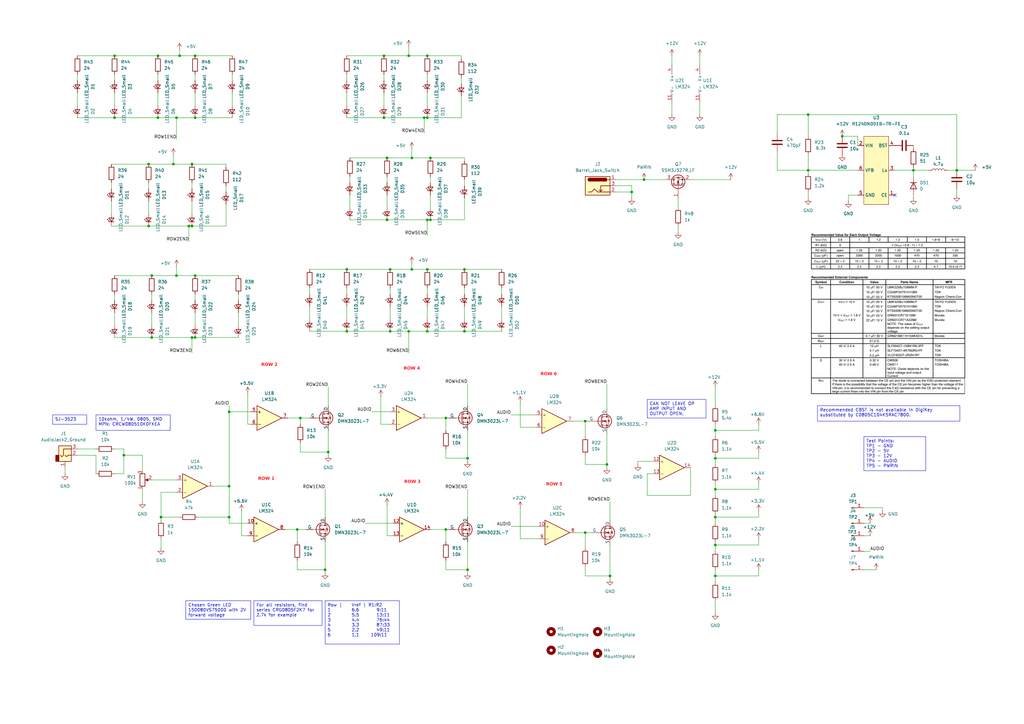
<source format=kicad_sch>
(kicad_sch (version 20231120) (generator "eeschema") (generator_version "8.0")
  (paper "A3")
  (lib_symbols
    (symbol "Amplifier_Operational:LM324" (pin_names (offset 0.127))
      (property "Reference" "U" (at 0 5.08 0))
      (property "Value" "LM324" (at 0 -5.08 0))
      (symbol "LM324_1_1"
        (pin output line (at 7.62 0 180) (length 2.54) (name "~") (number "1"))
        (pin input line (at -7.62 -2.54 0) (length 2.54) (name "-") (number "2"))
        (pin input line (at -7.62 2.54 0) (length 2.54) (name "+") (number "3"))
      )
      (symbol "LM324_2_1"
        (pin input line (at -7.62 2.54 0) (length 2.54) (name "+") (number "5"))
        (pin input line (at -7.62 -2.54 0) (length 2.54) (name "-") (number "6"))
        (pin output line (at 7.62 0 180) (length 2.54) (name "~") (number "7"))
      )
      (symbol "LM324_3_1"
        (pin input line (at -7.62 2.54 0) (length 2.54) (name "+") (number "10"))
        (pin output line (at 7.62 0 180) (length 2.54) (name "~") (number "8"))
        (pin input line (at -7.62 -2.54 0) (length 2.54) (name "-") (number "9"))
      )
      (symbol "LM324_4_1"
        (pin input line (at -7.62 2.54 0) (length 2.54) (name "+") (number "12"))
        (pin input line (at -7.62 -2.54 0) (length 2.54) (name "-") (number "13"))
        (pin output line (at 7.62 0 180) (length 2.54) (name "~") (number "14"))
      )
      (symbol "LM324_5_1"
        (pin power_in line (at -2.54 -7.62 90) (length 3.81) (name "V-") (number "11"))
        (pin power_in line (at -2.54 7.62 270) (length 3.81) (name "V+") (number "4"))
      )
    )
    (symbol "Connector:Barrel_Jack_Switch" (pin_names hide)
      (property "Reference" "J" (at 0 5.334 0))
      (property "Value" "Barrel_Jack_Switch" (at 0 -5.08 0))
      (symbol "Barrel_Jack_Switch_1_1"
        (pin passive line (at 7.62 2.54 180) (length 2.54) (name "~") (number "1"))
        (pin passive line (at 7.62 -2.54 180) (length 2.54) (name "~") (number "2"))
        (pin passive line (at 7.62 0 180) (length 2.54) (name "~") (number "3"))
      )
    )
    (symbol "Connector:Conn_01x01_Pin" (pin_names (offset 1.016) hide)
      (property "Reference" "J" (at 0 2.54 0))
      (property "Value" "Conn_01x01_Pin" (at 0 -2.54 0))
      (symbol "Conn_01x01_Pin_1_1"
        (pin passive line (at 5.08 0 180) (length 3.81) (name "Pin_1") (number "1"))
      )
    )
    (symbol "Connector_Audio:AudioJack2_Ground"
      (property "Reference" "J1" (at -0.635 8.89 0))
      (property "Value" "AudioJack2_Ground" (at -0.635 6.35 0))
      (symbol "AudioJack2_Ground_1_1"
        (pin passive line (at 0 -5.08 90) (length 2.54) (name "~") (number "1"))
        (pin passive line (at 5.08 0 180) (length 2.54) (name "~") (number "2"))
        (pin passive line (at 5.08 2.54 180) (length 2.54) (name "~") (number "3"))
      )
    )
    (symbol "Device:C" (pin_numbers hide) (pin_names (offset 0.254))
      (property "Reference" "C" (at 0.635 2.54 0))
      (property "Value" "C" (at 0.635 -2.54 0))
      (symbol "C_1_1"
        (pin passive line (at 0 3.81 270) (length 2.794) (name "~") (number "1"))
        (pin passive line (at 0 -3.81 90) (length 2.794) (name "~") (number "2"))
      )
    )
    (symbol "Device:D" (pin_numbers hide) (pin_names (offset 1.016) hide)
      (property "Reference" "D" (at 0 2.54 0))
      (property "Value" "D" (at 0 -2.54 0))
      (symbol "D_1_1"
        (pin passive line (at -3.81 0 0) (length 2.54) (name "K") (number "1"))
        (pin passive line (at 3.81 0 180) (length 2.54) (name "A") (number "2"))
      )
    )
    (symbol "Device:L" (pin_numbers hide) (pin_names (offset 1.016) hide)
      (property "Reference" "L" (at -1.27 0 90))
      (property "Value" "L" (at 1.905 0 90))
      (symbol "L_1_1"
        (pin passive line (at 0 3.81 270) (length 1.27) (name "1") (number "1"))
        (pin passive line (at 0 -3.81 90) (length 1.27) (name "2") (number "2"))
      )
    )
    (symbol "Device:LED_Small" (pin_numbers hide) (pin_names (offset 0.254) hide)
      (property "Reference" "D" (at -1.27 3.175 0))
      (property "Value" "LED_Small" (at -4.445 -2.54 0))
      (symbol "LED_Small_1_1"
        (pin passive line (at -2.54 0 0) (length 1.778) (name "K") (number "1"))
        (pin passive line (at 2.54 0 180) (length 1.778) (name "A") (number "2"))
      )
    )
    (symbol "Device:Q_PMOS_GSD" (pin_names (offset 0) hide)
      (property "Reference" "Q" (at 5.08 1.27 0))
      (property "Value" "Q_PMOS_GSD" (at 5.08 -1.27 0))
      (symbol "Q_PMOS_GSD_1_1"
        (pin input line (at -5.08 0 0) (length 2.54) (name "G") (number "1"))
        (pin passive line (at 2.54 -5.08 90) (length 2.54) (name "S") (number "2"))
        (pin passive line (at 2.54 5.08 270) (length 2.54) (name "D") (number "3"))
      )
    )
    (symbol "Device:R" (pin_numbers hide) (pin_names (offset 0))
      (property "Reference" "R" (at 2.032 0 90))
      (property "Value" "R" (at 0 0 90))
      (symbol "R_1_1"
        (pin passive line (at 0 3.81 270) (length 1.27) (name "~") (number "1"))
        (pin passive line (at 0 -3.81 90) (length 1.27) (name "~") (number "2"))
      )
    )
    (symbol "Device:R_Potentiometer" (pin_names (offset 1.016) hide)
      (property "Reference" "RV1" (at -2.54 1.2701 0))
      (property "Value" "100k" (at -2.54 -1.2699 0))
      (symbol "R_Potentiometer_1_1"
        (pin passive line (at 0 -3.81 90) (length 1.27) (name "1") (number "1"))
        (pin passive line (at 3.81 0 180) (length 1.27) (name "2") (number "2"))
        (pin passive line (at 0 3.81 270) (length 1.27) (name "3") (number "3"))
      )
    )
    (symbol "Mechanical:MountingHole" (pin_names (offset 1.016)) (exclude_from_sim yes) (in_bom no)
      (property "Reference" "H" (at 0 5.08 0))
      (property "Value" "MountingHole" (at 0 3.175 0))
    )
    (symbol "Simulation_SPICE:NMOS" (pin_numbers hide) (pin_names (offset 0))
      (property "Reference" "Q" (at 5.08 1.27 0))
      (property "Value" "NMOS" (at 5.08 -1.27 0))
      (symbol "NMOS_1_1"
        (pin passive line (at 2.54 5.08 270) (length 2.54) (name "D") (number "1"))
        (pin input line (at -5.08 0 0) (length 2.54) (name "G") (number "2"))
        (pin passive line (at 2.54 -5.08 90) (length 2.54) (name "S") (number "3"))
      )
    )
    (symbol "VuLED:+12V" (power) (pin_numbers hide) (pin_names (offset 0) hide)
      (property "Value" "+12V" (at 0 3.556 0))
      (symbol "+12V_1_1"
        (pin power_in line (at 0 0 90) (length 0) (name "~") (number "1"))
      )
    )
    (symbol "VuLED:GND" (power) (pin_numbers hide) (pin_names (offset 0) hide)
      (property "Value" "GND" (at 0 -3.81 0))
      (symbol "GND_1_1"
        (pin power_in line (at 0 0 270) (length 0) (name "~") (number "1"))
      )
    )
    (symbol "VuLED:R1240N001-TR-FE"
      (property "Reference" "U3" (at 1.27 10.16 0))
      (property "Value" "R1240N001B-TR-FE" (at 1.27 7.62 0))
      (symbol "R1240N001-TR-FE_1_1"
        (pin input line (at 8.89 -21.59 180) (length 2.54) (name "CE") (number "1"))
        (pin input line (at -6.35 -1.27 0) (length 2.54) (name "VIN") (number "2"))
        (pin input line (at 8.89 -11.43 180) (length 2.54) (name "Lx") (number "3"))
        (pin input line (at 8.89 -1.27 180) (length 2.54) (name "BST") (number "4"))
        (pin input line (at -6.35 -21.59 0) (length 2.54) (name "GND") (number "5"))
        (pin input line (at -6.35 -11.43 0) (length 2.54) (name "VFB") (number "6"))
      )
    )
    (symbol "power:+12V" (power) (pin_numbers hide) (pin_names (offset 0) hide)
      (property "Value" "+12V" (at 0 3.556 0))
      (symbol "+12V_1_1"
        (pin power_in line (at 0 0 90) (length 0) (name "~") (number "1"))
      )
    )
    (symbol "power:GND" (power) (pin_numbers hide) (pin_names (offset 0) hide)
      (property "Value" "GND" (at 0 -3.81 0))
      (symbol "GND_1_1"
        (pin power_in line (at 0 0 270) (length 0) (name "~") (number "1"))
      )
    )
  )
  (junction (at 78.74 138.43))
  (junction (at 160.02 135.89))
  (junction (at 293.37 223.52))
  (junction (at 73.66 22.86))
  (junction (at 293.37 200.66))
  (junction (at 331.47 46.99))
  (junction (at 190.5 110.49))
  (junction (at 167.64 135.89))
  (junction (at 66.04 212.09))
  (junction (at 175.26 90.17))
  (junction (at 176.53 90.17))
  (junction (at 293.37 212.09))
  (junction (at 331.47 69.85))
  (junction (at 80.01 113.03))
  (junction (at 78.74 92.71))
  (junction (at 64.77 22.86))
  (junction (at 80.01 22.86))
  (junction (at 134.62 185.42))
  (junction (at 157.48 48.26))
  (junction (at 123.19 171.45))
  (junction (at 248.92 190.5))
  (junction (at 77.47 92.71))
  (junction (at 93.98 212.09))
  (junction (at 158.75 90.17))
  (junction (at 175.26 48.26))
  (junction (at 62.23 138.43))
  (junction (at 72.39 48.26))
  (junction (at 250.19 236.22))
  (junction (at 133.35 233.68))
  (junction (at 175.26 110.49))
  (junction (at 176.53 64.77))
  (junction (at 293.37 236.22))
  (junction (at 80.01 48.26))
  (junction (at 46.99 22.86))
  (junction (at 157.48 22.86))
  (junction (at 93.98 168.91))
  (junction (at 191.77 233.68))
  (junction (at 71.12 67.31))
  (junction (at 345.44 55.88))
  (junction (at 264.16 73.66))
  (junction (at 168.91 110.49))
  (junction (at 191.77 187.96))
  (junction (at 60.96 92.71))
  (junction (at 64.77 48.26))
  (junction (at 167.64 22.86))
  (junction (at 190.5 135.89))
  (junction (at 60.96 67.31))
  (junction (at 121.92 217.17))
  (junction (at 80.01 138.43))
  (junction (at 175.26 22.86))
  (junction (at 78.74 67.31))
  (junction (at 160.02 110.49))
  (junction (at 158.75 64.77))
  (junction (at 374.65 69.85))
  (junction (at 392.43 69.85))
  (junction (at 259.08 78.74))
  (junction (at 293.37 176.53))
  (junction (at 46.99 48.26))
  (junction (at 142.24 135.89))
  (junction (at 240.03 218.44))
  (junction (at 62.23 113.03))
  (junction (at 50.8 186.69))
  (junction (at 173.99 48.26))
  (junction (at 72.39 113.03))
  (junction (at 293.37 187.96))
  (junction (at 142.24 110.49))
  (junction (at 182.88 171.45))
  (junction (at 240.03 172.72))
  (junction (at 93.98 199.39))
  (junction (at 168.91 64.77))
  (junction (at 182.88 217.17))
  (junction (at 175.26 135.89))
  (no_connect (at 367.03 80.01))
  (wire (pts (xy 160.02 125.73) (xy 160.02 130.81)))
  (wire (pts (xy 175.26 171.45) (xy 182.88 171.45)))
  (wire (pts (xy 64.77 30.48) (xy 64.77 33.02)))
  (wire (pts (xy 248.92 157.48) (xy 248.92 167.64)))
  (wire (pts (xy 73.66 20.32) (xy 73.66 22.86)))
  (wire (pts (xy 205.74 125.73) (xy 205.74 130.81)))
  (wire (pts (xy 142.24 110.49) (xy 160.02 110.49)))
  (wire (pts (xy 189.23 39.37) (xy 189.23 48.26)))
  (wire (pts (xy 143.51 90.17) (xy 158.75 90.17)))
  (wire (pts (xy 80.01 38.1) (xy 80.01 43.18)))
  (wire (pts (xy 248.92 190.5) (xy 248.92 191.77)))
  (wire (pts (xy 158.75 90.17) (xy 175.26 90.17)))
  (wire (pts (xy 66.04 212.09) (xy 66.04 213.36)))
  (wire (pts (xy 92.71 76.2) (xy 92.71 78.74)))
  (wire (pts (xy 127 110.49) (xy 142.24 110.49)))
  (wire (pts (xy 156.21 162.56) (xy 156.21 173.99)))
  (wire (pts (xy 293.37 246.38) (xy 293.37 251.46)))
  (wire (pts (xy 149.86 214.63) (xy 161.29 214.63)))
  (wire (pts (xy 293.37 222.25) (xy 293.37 223.52)))
  (wire (pts (xy 62.23 113.03) (xy 72.39 113.03)))
  (wire (pts (xy 252.73 78.74) (xy 259.08 78.74)))
  (wire (pts (xy 347.98 82.55) (xy 347.98 80.01)))
  (wire (pts (xy 189.23 48.26) (xy 175.26 48.26)))
  (wire (pts (xy 133.35 200.66) (xy 133.35 212.09)))
  (wire (pts (xy 190.5 110.49) (xy 205.74 110.49)))
  (wire (pts (xy 311.15 223.52) (xy 293.37 223.52)))
  (wire (pts (xy 190.5 90.17) (xy 176.53 90.17)))
  (wire (pts (xy 318.77 46.99) (xy 331.47 46.99)))
  (wire (pts (xy 58.42 200.66) (xy 58.42 205.74)))
  (wire (pts (xy 311.15 176.53) (xy 293.37 176.53)))
  (wire (pts (xy 392.43 69.85) (xy 400.05 69.85)))
  (wire (pts (xy 311.15 212.09) (xy 293.37 212.09)))
  (wire (pts (xy 92.71 83.82) (xy 92.71 92.71)))
  (wire (pts (xy 354.33 219.71) (xy 356.87 219.71)))
  (wire (pts (xy 278.13 92.71) (xy 278.13 95.25)))
  (wire (pts (xy 374.65 68.58) (xy 374.65 69.85)))
  (wire (pts (xy 46.99 120.65) (xy 46.99 123.19)))
  (wire (pts (xy 80.01 30.48) (xy 80.01 33.02)))
  (wire (pts (xy 102.87 168.91) (xy 93.98 168.91)))
  (wire (pts (xy 134.62 185.42) (xy 134.62 186.69)))
  (wire (pts (xy 152.4 168.91) (xy 160.02 168.91)))
  (wire (pts (xy 78.74 138.43) (xy 78.74 144.78)))
  (wire (pts (xy 60.96 82.55) (xy 60.96 87.63)))
  (wire (pts (xy 64.77 38.1) (xy 64.77 43.18)))
  (wire (pts (xy 46.99 184.15) (xy 50.8 184.15)))
  (wire (pts (xy 345.44 55.88) (xy 351.79 55.88)))
  (wire (pts (xy 45.72 74.93) (xy 45.72 77.47)))
  (wire (pts (xy 219.71 175.26) (xy 213.36 175.26)))
  (wire (pts (xy 133.35 222.25) (xy 133.35 233.68)))
  (wire (pts (xy 331.47 69.85) (xy 331.47 71.12)))
  (wire (pts (xy 142.24 22.86) (xy 157.48 22.86)))
  (wire (pts (xy 311.15 200.66) (xy 293.37 200.66)))
  (wire (pts (xy 311.15 198.12) (xy 311.15 200.66)))
  (wire (pts (xy 101.6 161.29) (xy 101.6 173.99)))
  (wire (pts (xy 267.97 189.23) (xy 261.62 189.23)))
  (wire (pts (xy 167.64 19.05) (xy 167.64 22.86)))
  (wire (pts (xy 259.08 78.74) (xy 259.08 76.2)))
  (wire (pts (xy 190.5 125.73) (xy 190.5 130.81)))
  (wire (pts (xy 392.43 46.99) (xy 392.43 69.85)))
  (wire (pts (xy 240.03 190.5) (xy 248.92 190.5)))
  (wire (pts (xy 283.21 191.77) (xy 283.21 203.2)))
  (wire (pts (xy 354.33 208.28) (xy 361.95 208.28)))
  (wire (pts (xy 287.02 22.86) (xy 287.02 26.67)))
  (wire (pts (xy 361.95 208.28) (xy 361.95 209.55)))
  (wire (pts (xy 293.37 176.53) (xy 293.37 179.07)))
  (wire (pts (xy 99.06 219.71) (xy 101.6 219.71)))
  (wire (pts (xy 168.91 107.95) (xy 168.91 110.49)))
  (wire (pts (xy 92.71 67.31) (xy 78.74 67.31)))
  (wire (pts (xy 191.77 157.48) (xy 191.77 166.37)))
  (wire (pts (xy 31.75 22.86) (xy 46.99 22.86)))
  (wire (pts (xy 182.88 217.17) (xy 184.15 217.17)))
  (wire (pts (xy 46.99 48.26) (xy 64.77 48.26)))
  (wire (pts (xy 175.26 125.73) (xy 175.26 130.81)))
  (wire (pts (xy 46.99 22.86) (xy 64.77 22.86)))
  (wire (pts (xy 182.88 171.45) (xy 184.15 171.45)))
  (wire (pts (xy 78.74 67.31) (xy 71.12 67.31)))
  (wire (pts (xy 175.26 135.89) (xy 190.5 135.89)))
  (wire (pts (xy 240.03 232.41) (xy 240.03 236.22)))
  (wire (pts (xy 392.43 77.47) (xy 392.43 80.01)))
  (wire (pts (xy 46.99 30.48) (xy 46.99 33.02)))
  (wire (pts (xy 157.48 48.26) (xy 173.99 48.26)))
  (wire (pts (xy 46.99 113.03) (xy 62.23 113.03)))
  (wire (pts (xy 213.36 220.98) (xy 220.98 220.98)))
  (wire (pts (xy 190.5 135.89) (xy 205.74 135.89)))
  (wire (pts (xy 123.19 185.42) (xy 123.19 181.61)))
  (wire (pts (xy 31.75 30.48) (xy 31.75 33.02)))
  (wire (pts (xy 191.77 222.25) (xy 191.77 233.68)))
  (wire (pts (xy 143.51 80.01) (xy 143.51 85.09)))
  (wire (pts (xy 121.92 222.25) (xy 121.92 217.17)))
  (wire (pts (xy 236.22 218.44) (xy 240.03 218.44)))
  (wire (pts (xy 160.02 173.99) (xy 156.21 173.99)))
  (wire (pts (xy 78.74 138.43) (xy 80.01 138.43)))
  (wire (pts (xy 92.71 68.58) (xy 92.71 67.31)))
  (wire (pts (xy 50.8 184.15) (xy 50.8 186.69)))
  (wire (pts (xy 142.24 125.73) (xy 142.24 130.81)))
  (wire (pts (xy 374.65 59.69) (xy 374.65 60.96)))
  (wire (pts (xy 62.23 196.85) (xy 72.39 196.85)))
  (wire (pts (xy 173.99 48.26) (xy 173.99 54.61)))
  (wire (pts (xy 45.72 82.55) (xy 45.72 87.63)))
  (wire (pts (xy 46.99 138.43) (xy 62.23 138.43)))
  (wire (pts (xy 62.23 120.65) (xy 62.23 123.19)))
  (wire (pts (xy 158.75 72.39) (xy 158.75 74.93)))
  (wire (pts (xy 127 125.73) (xy 127 130.81)))
  (wire (pts (xy 388.62 69.85) (xy 392.43 69.85)))
  (wire (pts (xy 293.37 186.69) (xy 293.37 187.96)))
  (wire (pts (xy 374.65 80.01) (xy 374.65 81.28)))
  (wire (pts (xy 318.77 54.61) (xy 318.77 46.99)))
  (wire (pts (xy 143.51 64.77) (xy 158.75 64.77)))
  (wire (pts (xy 176.53 80.01) (xy 176.53 85.09)))
  (wire (pts (xy 81.28 212.09) (xy 93.98 212.09)))
  (wire (pts (xy 250.19 205.74) (xy 250.19 213.36)))
  (wire (pts (xy 157.48 30.48) (xy 157.48 33.02)))
  (wire (pts (xy 157.48 38.1) (xy 157.48 43.18)))
  (wire (pts (xy 250.19 236.22) (xy 250.19 237.49)))
  (wire (pts (xy 234.95 172.72) (xy 240.03 172.72)))
  (wire (pts (xy 191.77 200.66) (xy 191.77 212.09)))
  (wire (pts (xy 175.26 110.49) (xy 190.5 110.49)))
  (wire (pts (xy 190.5 66.04) (xy 190.5 64.77)))
  (wire (pts (xy 240.03 224.79) (xy 240.03 218.44)))
  (wire (pts (xy 176.53 64.77) (xy 168.91 64.77)))
  (wire (pts (xy 121.92 217.17) (xy 125.73 217.17)))
  (wire (pts (xy 77.47 92.71) (xy 78.74 92.71)))
  (wire (pts (xy 158.75 80.01) (xy 158.75 85.09)))
  (wire (pts (xy 167.64 135.89) (xy 175.26 135.89)))
  (wire (pts (xy 66.04 201.93) (xy 66.04 212.09)))
  (wire (pts (xy 175.26 118.11) (xy 175.26 120.65)))
  (wire (pts (xy 182.88 233.68) (xy 191.77 233.68)))
  (wire (pts (xy 287.02 41.91) (xy 287.02 46.99)))
  (wire (pts (xy 252.73 73.66) (xy 264.16 73.66)))
  (wire (pts (xy 374.65 69.85) (xy 374.65 72.39)))
  (wire (pts (xy 60.96 74.93) (xy 60.96 77.47)))
  (wire (pts (xy 240.03 179.07) (xy 240.03 172.72)))
  (wire (pts (xy 72.39 48.26) (xy 72.39 57.15)))
  (wire (pts (xy 142.24 38.1) (xy 142.24 43.18)))
  (wire (pts (xy 265.43 194.31) (xy 267.97 194.31)))
  (wire (pts (xy 182.88 184.15) (xy 182.88 187.96)))
  (wire (pts (xy 134.62 158.75) (xy 134.62 166.37)))
  (wire (pts (xy 182.88 222.25) (xy 182.88 217.17)))
  (wire (pts (xy 318.77 62.23) (xy 318.77 69.85)))
  (wire (pts (xy 275.59 41.91) (xy 275.59 46.99)))
  (wire (pts (xy 293.37 212.09) (xy 293.37 214.63)))
  (wire (pts (xy 46.99 128.27) (xy 46.99 133.35)))
  (wire (pts (xy 367.03 69.85) (xy 374.65 69.85)))
  (wire (pts (xy 80.01 138.43) (xy 97.79 138.43)))
  (wire (pts (xy 354.33 233.68) (xy 359.41 233.68)))
  (wire (pts (xy 168.91 110.49) (xy 175.26 110.49)))
  (wire (pts (xy 62.23 128.27) (xy 62.23 133.35)))
  (wire (pts (xy 93.98 199.39) (xy 93.98 212.09)))
  (wire (pts (xy 240.03 172.72) (xy 241.3 172.72)))
  (wire (pts (xy 331.47 69.85) (xy 351.79 69.85)))
  (wire (pts (xy 31.75 48.26) (xy 46.99 48.26)))
  (wire (pts (xy 142.24 135.89) (xy 160.02 135.89)))
  (wire (pts (xy 134.62 185.42) (xy 123.19 185.42)))
  (wire (pts (xy 250.19 223.52) (xy 250.19 236.22)))
  (wire (pts (xy 80.01 48.26) (xy 95.25 48.26)))
  (wire (pts (xy 354.33 226.06) (xy 356.87 226.06)))
  (wire (pts (xy 293.37 200.66) (xy 293.37 203.2)))
  (wire (pts (xy 189.23 31.75) (xy 189.23 34.29)))
  (wire (pts (xy 175.26 30.48) (xy 175.26 33.02)))
  (wire (pts (xy 205.74 118.11) (xy 205.74 120.65)))
  (wire (pts (xy 78.74 74.93) (xy 78.74 77.47)))
  (wire (pts (xy 31.75 38.1) (xy 31.75 43.18)))
  (wire (pts (xy 311.15 220.98) (xy 311.15 223.52)))
  (wire (pts (xy 189.23 22.86) (xy 175.26 22.86)))
  (wire (pts (xy 142.24 118.11) (xy 142.24 120.65)))
  (wire (pts (xy 45.72 67.31) (xy 60.96 67.31)))
  (wire (pts (xy 73.66 22.86) (xy 80.01 22.86)))
  (wire (pts (xy 275.59 22.86) (xy 275.59 26.67)))
  (wire (pts (xy 158.75 64.77) (xy 168.91 64.77)))
  (wire (pts (xy 142.24 48.26) (xy 157.48 48.26)))
  (wire (pts (xy 46.99 194.31) (xy 50.8 194.31)))
  (wire (pts (xy 265.43 203.2) (xy 265.43 194.31)))
  (wire (pts (xy 116.84 217.17) (xy 121.92 217.17)))
  (wire (pts (xy 176.53 72.39) (xy 176.53 74.93)))
  (wire (pts (xy 66.04 212.09) (xy 73.66 212.09)))
  (wire (pts (xy 264.16 73.66) (xy 273.05 73.66)))
  (wire (pts (xy 182.88 229.87) (xy 182.88 233.68)))
  (wire (pts (xy 318.77 69.85) (xy 331.47 69.85)))
  (wire (pts (xy 99.06 209.55) (xy 99.06 219.71)))
  (wire (pts (xy 93.98 214.63) (xy 101.6 214.63)))
  (wire (pts (xy 167.64 135.89) (xy 167.64 144.78)))
  (wire (pts (xy 190.5 73.66) (xy 190.5 76.2)))
  (wire (pts (xy 311.15 209.55) (xy 311.15 212.09)))
  (wire (pts (xy 72.39 109.22) (xy 72.39 113.03)))
  (wire (pts (xy 240.03 186.69) (xy 240.03 190.5)))
  (wire (pts (xy 60.96 67.31) (xy 71.12 67.31)))
  (wire (pts (xy 175.26 38.1) (xy 175.26 43.18)))
  (wire (pts (xy 374.65 69.85) (xy 381 69.85)))
  (wire (pts (xy 134.62 176.53) (xy 134.62 185.42)))
  (wire (pts (xy 80.01 128.27) (xy 80.01 133.35)))
  (wire (pts (xy 213.36 208.28) (xy 213.36 220.98)))
  (wire (pts (xy 66.04 220.98) (xy 66.04 224.79)))
  (wire (pts (xy 168.91 60.96) (xy 168.91 64.77)))
  (wire (pts (xy 311.15 185.42) (xy 311.15 187.96)))
  (wire (pts (xy 209.55 215.9) (xy 220.98 215.9)))
  (wire (pts (xy 240.03 236.22) (xy 250.19 236.22)))
  (wire (pts (xy 87.63 199.39) (xy 93.98 199.39)))
  (wire (pts (xy 72.39 201.93) (xy 66.04 201.93)))
  (wire (pts (xy 133.35 233.68) (xy 121.92 233.68)))
  (wire (pts (xy 45.72 92.71) (xy 60.96 92.71)))
  (wire (pts (xy 293.37 198.12) (xy 293.37 200.66)))
  (wire (pts (xy 158.75 207.01) (xy 158.75 219.71)))
  (wire (pts (xy 97.79 128.27) (xy 97.79 133.35)))
  (wire (pts (xy 259.08 76.2) (xy 252.73 76.2)))
  (wire (pts (xy 259.08 81.28) (xy 259.08 78.74)))
  (wire (pts (xy 311.15 236.22) (xy 293.37 236.22)))
  (wire (pts (xy 39.37 186.69) (xy 39.37 194.31)))
  (wire (pts (xy 176.53 217.17) (xy 182.88 217.17)))
  (wire (pts (xy 123.19 171.45) (xy 123.19 173.99)))
  (wire (pts (xy 31.75 184.15) (xy 39.37 184.15)))
  (wire (pts (xy 331.47 46.99) (xy 392.43 46.99)))
  (wire (pts (xy 143.51 72.39) (xy 143.51 74.93)))
  (wire (pts (xy 160.02 110.49) (xy 168.91 110.49)))
  (wire (pts (xy 331.47 78.74) (xy 331.47 81.28)))
  (wire (pts (xy 261.62 189.23) (xy 261.62 190.5)))
  (wire (pts (xy 278.13 81.28) (xy 278.13 85.09)))
  (wire (pts (xy 58.42 186.69) (xy 50.8 186.69)))
  (wire (pts (xy 92.71 92.71) (xy 78.74 92.71)))
  (wire (pts (xy 95.25 38.1) (xy 95.25 43.18)))
  (wire (pts (xy 158.75 219.71) (xy 161.29 219.71)))
  (wire (pts (xy 293.37 223.52) (xy 293.37 226.06)))
  (wire (pts (xy 293.37 210.82) (xy 293.37 212.09)))
  (wire (pts (xy 190.5 81.28) (xy 190.5 90.17)))
  (wire (pts (xy 293.37 233.68) (xy 293.37 236.22)))
  (wire (pts (xy 248.92 177.8) (xy 248.92 190.5)))
  (wire (pts (xy 80.01 22.86) (xy 95.25 22.86)))
  (wire (pts (xy 182.88 187.96) (xy 191.77 187.96)))
  (wire (pts (xy 209.55 170.18) (xy 219.71 170.18)))
  (wire (pts (xy 62.23 138.43) (xy 78.74 138.43)))
  (wire (pts (xy 293.37 158.75) (xy 293.37 166.37)))
  (wire (pts (xy 142.24 30.48) (xy 142.24 33.02)))
  (wire (pts (xy 157.48 22.86) (xy 167.64 22.86)))
  (wire (pts (xy 46.99 38.1) (xy 46.99 43.18)))
  (wire (pts (xy 175.26 90.17) (xy 175.26 96.52)))
  (wire (pts (xy 160.02 135.89) (xy 167.64 135.89)))
  (wire (pts (xy 175.26 22.86) (xy 167.64 22.86)))
  (wire (pts (xy 127 118.11) (xy 127 120.65)))
  (wire (pts (xy 189.23 24.13) (xy 189.23 22.86)))
  (wire (pts (xy 64.77 22.86) (xy 73.66 22.86)))
  (wire (pts (xy 127 135.89) (xy 142.24 135.89)))
  (wire (pts (xy 123.19 171.45) (xy 127 171.45)))
  (wire (pts (xy 80.01 113.03) (xy 72.39 113.03)))
  (wire (pts (xy 78.74 82.55) (xy 78.74 87.63)))
  (wire (pts (xy 60.96 92.71) (xy 77.47 92.71)))
  (wire (pts (xy 293.37 187.96) (xy 293.37 190.5)))
  (wire (pts (xy 347.98 80.01) (xy 351.79 80.01)))
  (wire (pts (xy 311.15 233.68) (xy 311.15 236.22)))
  (wire (pts (xy 173.99 48.26) (xy 175.26 48.26)))
  (wire (pts (xy 283.21 203.2) (xy 265.43 203.2)))
  (wire (pts (xy 72.39 48.26) (xy 80.01 48.26)))
  (wire (pts (xy 191.77 176.53) (xy 191.77 187.96)))
  (wire (pts (xy 175.26 90.17) (xy 176.53 90.17)))
  (wire (pts (xy 77.47 92.71) (xy 77.47 99.06)))
  (wire (pts (xy 293.37 173.99) (xy 293.37 176.53)))
  (wire (pts (xy 283.21 73.66) (xy 299.72 73.66)))
  (wire (pts (xy 240.03 218.44) (xy 242.57 218.44)))
  (wire (pts (xy 64.77 48.26) (xy 72.39 48.26)))
  (wire (pts (xy 191.77 187.96) (xy 191.77 189.23)))
  (wire (pts (xy 191.77 233.68) (xy 191.77 234.95)))
  (wire (pts (xy 93.98 214.63) (xy 93.98 212.09)))
  (wire (pts (xy 58.42 193.04) (xy 58.42 186.69)))
  (wire (pts (xy 50.8 186.69) (xy 50.8 194.31)))
  (wire (pts (xy 351.79 55.88) (xy 351.79 59.69)))
  (wire (pts (xy 190.5 64.77) (xy 176.53 64.77)))
  (wire (pts (xy 354.33 214.63) (xy 356.87 214.63)))
  (wire (pts (xy 182.88 171.45) (xy 182.88 176.53)))
  (wire (pts (xy 213.36 165.1) (xy 213.36 175.26)))
  (wire (pts (xy 160.02 118.11) (xy 160.02 120.65)))
  (wire (pts (xy 133.35 233.68) (xy 133.35 234.95)))
  (wire (pts (xy 80.01 113.03) (xy 97.79 113.03)))
  (wire (pts (xy 311.15 187.96) (xy 293.37 187.96)))
  (wire (pts (xy 118.11 171.45) (xy 123.19 171.45)))
  (wire (pts (xy 80.01 120.65) (xy 80.01 123.19)))
  (wire (pts (xy 31.75 186.69) (xy 39.37 186.69)))
  (wire (pts (xy 311.15 173.99) (xy 311.15 176.53)))
  (wire (pts (xy 121.92 233.68) (xy 121.92 229.87)))
  (wire (pts (xy 190.5 118.11) (xy 190.5 120.65)))
  (wire (pts (xy 95.25 30.48) (xy 95.25 33.02)))
  (wire (pts (xy 93.98 168.91) (xy 93.98 199.39)))
  (wire (pts (xy 293.37 236.22) (xy 293.37 238.76)))
  (wire (pts (xy 101.6 173.99) (xy 102.87 173.99)))
  (wire (pts (xy 331.47 63.5) (xy 331.47 69.85)))
  (wire (pts (xy 71.12 63.5) (xy 71.12 67.31)))
  (wire (pts (xy 93.98 166.37) (xy 93.98 168.91)))
  (wire (pts (xy 331.47 46.99) (xy 331.47 55.88)))
  (wire (pts (xy 97.79 120.65) (xy 97.79 123.19)))
  (wire (pts (xy 26.67 191.77) (xy 26.67 194.31)))
  (image (at 364.49 129.54) (scale 0.550028))
  (text_box "Row |	Vref | R1:R2\n1		6.6		9:11\n2		5.5		13:11\n3		4.4		76:44\n4		3.3		87:33\n5		2.2		49:11\n6		1.1     109:11" (at 133.35 246.38 0) (size 30.48 17.78) (effects (font (size 1.27 1.27)) (justify left top)))
  (text_box "SJ-3523\n" (at 21.59 170.18 0) (size 13.97 3.81) (effects (font (size 1.27 1.27)) (justify left top)))
  (text_box "Chosen Green LED 150080VS75000 with 2V forward voltage\n\n" (at 76.2 246.38 0) (size 26.67 7.62) (effects (font (size 1.27 1.27)) (justify left top)))
  (text_box "Test Points:\nTP1 - GND\nTP2 - 5V\nTP3 - 12V\nTP4 - AUDIO\nTP5 - PWRIN\n\n\n\n" (at 354.33 179.07 0) (size 25.4 13.97) (effects (font (size 1.27 1.27)) (justify left top)))
  (text_box "10kohm, 1/4W, 0805, SMD\nMPN: CRCW080510K0FKEA" (at 39.37 170.18 0) (size 30.48 6.35) (effects (font (size 1.27 1.27)) (justify left top)))
  (text_box "For all resistors, find series CRG0805F2K7 for 2.7k for example\n" (at 104.14 246.38 0) (size 27.94 10.16) (effects (font (size 1.27 1.27)) (justify left top)))
  (text_box "CAN NOT LEAVE OP AMP INPUT AND OUTPUT OPEN. \n" (at 265.43 163.83 0) (size 24.13 7.62) (effects (font (size 1.27 1.27)) (justify left top)))
  (text_box "Recommended CBST is not available in DigiKey substituted by C0805C104K5RAC7800.\n" (at 335.28 166.37 0) (size 58.42 6.35) (effects (font (size 1.27 1.27)) (justify left top)))
  (text "ROW 2\n" (at 110.49 150.114 0) (effects (font (size 1.27 1.27) (thickness 0.254) (bold yes))))
  (text "ROW 3" (at 169.164 198.12 0) (effects (font (size 1.27 1.27) (thickness 0.254) (bold yes))))
  (text "ROW 5\n" (at 227.33 199.136 0) (effects (font (size 1.27 1.27) (thickness 0.254) (bold yes))))
  (text "ROW 1\n" (at 109.22 196.85 0) (effects (font (size 1.27 1.27) (thickness 0.254) (bold yes))))
  (text "ROW 4" (at 168.91 151.638 0) (effects (font (size 1.27 1.27) (thickness 0.254) (bold yes))))
  (text "ROW 6\n" (at 225.044 153.924 0) (effects (font (size 1.27 1.27) (thickness 0.254) (bold yes))))
  (label "ROW6END" (at 167.64 144.78 180))
  (label "ROW2END" (at 134.62 158.75 180))
  (label "AUDIO" (at 93.98 166.37 180))
  (label "AUDIO" (at 149.86 214.63 180))
  (label "AUDIO" (at 209.55 170.18 180))
  (label "ROW5END" (at 250.19 205.74 180))
  (label "ROW4END" (at 191.77 157.48 180))
  (label "ROW6END" (at 248.92 157.48 180))
  (label "AUDIO" (at 209.55 215.9 180))
  (label "AUDIO" (at 152.4 168.91 180))
  (label "ROW1END" (at 72.39 57.15 180))
  (label "ROW3END" (at 191.77 200.66 180))
  (label "ROW2END" (at 77.47 99.06 180))
  (label "ROW5END" (at 175.26 96.52 180))
  (label "ROW3END" (at 78.74 144.78 180))
  (label "ROW4END" (at 173.99 54.61 180))
  (label "AUDIO" (at 356.87 226.06 0))
  (label "ROW1END" (at 133.35 200.66 180))
  (symbol (lib_id "Device:LED_Small") (at 142.24 35.56 90) (unit 1)
    (property "Reference" "D26" (at 148.59 35.4965 0))
    (property "Value" "LED_Small" (at 146.05 35.4965 0))
    (property "Footprint" "VuLED:150080VS75000-WL-SMCW_0805" (effects (hide yes)))
    (property "Description" "Light emitting diode, small symbol" (effects (hide yes)))
  )
  (symbol (lib_id "power:GND") (at 250.19 237.49 0) (unit 1)
    (property "Reference" "#PWR019" (effects (hide yes)))
    (property "Value" "GND" (at 250.19 242.57 0))
    (property "Description" "Power symbol creates a global label with name \"GND\" , ground" (effects (hide yes)))
  )
  (symbol (lib_id "Device:C") (at 370.84 59.69 90) (unit 1)
    (property "Reference" "C3" (at 370.84 52.07 90))
    (property "Value" "0.1u" (at 370.84 54.61 90))
    (property "Footprint" "VuLED:C0805C104K5RACTU" (effects (hide yes)))
    (property "Description" "Unpolarized capacitor" (effects (hide yes)))
  )
  (symbol (lib_id "Device:R") (at 205.74 114.3 180) (unit 1)
    (property "Reference" "R26" (at 208.28 113.0299 0) (effects (justify right)))
    (property "Value" "24" (at 208.28 115.5699 0) (effects (justify right)))
    (property "Footprint" "VuLED:CPF0603B24RE1" (effects (hide yes)))
    (property "Description" "Resistor" (effects (hide yes)))
  )
  (symbol (lib_id "Device:LED_Small") (at 80.01 125.73 90) (unit 1)
    (property "Reference" "D22" (at 86.36 125.6665 0))
    (property "Value" "LED_Small" (at 83.82 125.6665 0))
    (property "Footprint" "VuLED:150080VS75000-WL-SMCW_0805" (effects (hide yes)))
    (property "Description" "Light emitting diode, small symbol" (effects (hide yes)))
  )
  (symbol (lib_id "Device:LED_Small") (at 158.75 87.63 90) (unit 1)
    (property "Reference" "D36" (at 165.1 87.5665 0))
    (property "Value" "LED_Small" (at 162.56 87.5665 0))
    (property "Footprint" "VuLED:150080VS75000-WL-SMCW_0805" (effects (hide yes)))
    (property "Description" "Light emitting diode, small symbol" (effects (hide yes)))
  )
  (symbol (lib_id "Device:LED_Small") (at 92.71 81.28 90) (unit 1)
    (property "Reference" "D17" (at 99.06 81.2165 0))
    (property "Value" "LED_Small" (at 96.52 81.2165 0))
    (property "Footprint" "VuLED:150080VS75000-WL-SMCW_0805" (effects (hide yes)))
    (property "Description" "Light emitting diode, small symbol" (effects (hide yes)))
  )
  (symbol (lib_id "Device:R") (at 331.47 59.69 0) (unit 1)
    (property "Reference" "R23" (at 334.01 58.4199 0) (effects (justify left)))
    (property "Value" "6.3k" (at 338.836 60.706 0) (effects (justify right)))
    (property "Footprint" "VuLED:RES0805_CRG_TYCO_TYC" (effects (hide yes)))
    (property "Description" "Resistor" (effects (hide yes)))
  )
  (symbol (lib_id "Connector:Conn_01x01_Pin") (at 349.25 233.68 0) (unit 1)
    (property "Reference" "J7" (at 349.885 228.6 0))
    (property "Value" "TP4" (at 349.885 231.14 0))
    (property "Footprint" "VuLED:PH1_01_UA" (effects (hide yes)))
    (property "Description" "Generic connector, single row, 01x01, script generated" (effects (hide yes)))
  )
  (symbol (lib_id "Device:C") (at 392.43 73.66 0) (unit 1)
    (property "Reference" "C2" (at 396.24 72.3899 0) (effects (justify left)))
    (property "Value" "10u" (at 396.24 74.9299 0) (effects (justify left)))
    (property "Footprint" "VuLED:GRM31CR71E106KA12L" (effects (hide yes)))
    (property "Description" "Unpolarized capacitor" (effects (hide yes)))
  )
  (symbol (lib_id "VuLED:+12V") (at 168.91 60.96 0) (mirror y) (unit 1)
    (property "Reference" "#PWR018" (effects (hide yes)))
    (property "Value" "+5V" (at 166.37 59.6899 0) (effects (justify left)))
    (property "Description" "Power symbol creates a global label with name \"+12V\"" (effects (hide yes)))
  )
  (symbol (lib_id "Device:LED_Small") (at 64.77 35.56 90) (unit 1)
    (property "Reference" "D5" (at 71.12 35.4965 0))
    (property "Value" "LED_Small" (at 68.58 35.4965 0))
    (property "Footprint" "VuLED:150080VS75000-WL-SMCW_0805" (effects (hide yes)))
    (property "Description" "Light emitting diode, small symbol" (effects (hide yes)))
  )
  (symbol (lib_id "power:+12V") (at 213.36 165.1 0) (unit 1)
    (property "Reference" "#PWR08" (effects (hide yes)))
    (property "Value" "+1.1V" (at 212.852 161.036 0))
    (property "Description" "Power symbol creates a global label with name \"+12V\"" (effects (hide yes)))
  )
  (symbol (lib_id "Device:LED_Small") (at 158.75 77.47 90) (unit 1)
    (property "Reference" "D35" (at 165.1 77.4065 0))
    (property "Value" "LED_Small" (at 162.56 77.4065 0))
    (property "Footprint" "VuLED:150080VS75000-WL-SMCW_0805" (effects (hide yes)))
    (property "Description" "Light emitting diode, small symbol" (effects (hide yes)))
  )
  (symbol (lib_id "power:+12V") (at 156.21 162.56 0) (unit 1)
    (property "Reference" "#PWR07" (effects (hide yes)))
    (property "Value" "+3.3V" (at 155.702 158.496 0))
    (property "Description" "Power symbol creates a global label with name \"+12V\"" (effects (hide yes)))
  )
  (symbol (lib_id "power:+12V") (at 311.15 198.12 0) (unit 1)
    (property "Reference" "#PWR038" (effects (hide yes)))
    (property "Value" "+4.4V" (at 310.642 194.056 0))
    (property "Description" "Power symbol creates a global label with name \"+12V\"" (effects (hide yes)))
  )
  (symbol (lib_id "Amplifier_Operational:LM324") (at 80.01 199.39 0) (unit 1)
    (property "Reference" "U1" (at 80.01 189.23 0))
    (property "Value" "LM324" (at 80.01 191.77 0))
    (property "Footprint" "VuLED:LM324-D14-M" (effects (hide yes)))
    (property "Datasheet" "http://www.ti.com/lit/ds/symlink/lm2902-n.pdf" (effects (hide yes)))
    (property "Description" "Low-Power, Quad-Operational Amplifiers, DIP-14/SOIC-14/SSOP-14" (effects (hide yes)))
  )
  (symbol (lib_id "Device:LED_Small") (at 80.01 45.72 90) (unit 1)
    (property "Reference" "D8" (at 86.36 45.6565 0))
    (property "Value" "LED_Small" (at 83.82 45.6565 0))
    (property "Footprint" "VuLED:150080VS75000-WL-SMCW_0805" (effects (hide yes)))
    (property "Description" "Light emitting diode, small symbol" (effects (hide yes)))
  )
  (symbol (lib_id "Amplifier_Operational:LM324") (at 275.59 191.77 0) (unit 4)
    (property "Reference" "U2" (at 275.59 181.61 0))
    (property "Value" "LM324" (at 275.59 184.15 0))
    (property "Datasheet" "http://www.ti.com/lit/ds/symlink/lm2902-n.pdf" (effects (hide yes)))
    (property "Description" "Low-Power, Quad-Operational Amplifiers, DIP-14/SOIC-14/SSOP-14" (effects (hide yes)))
  )
  (symbol (lib_id "Device:R") (at 80.01 116.84 180) (unit 1)
    (property "Reference" "R37" (at 82.55 115.5699 0) (effects (justify right)))
    (property "Value" "24" (at 82.55 118.1099 0) (effects (justify right)))
    (property "Footprint" "VuLED:CPF0603B24RE1" (effects (hide yes)))
    (property "Description" "Resistor" (effects (hide yes)))
  )
  (symbol (lib_id "Simulation_SPICE:NMOS") (at 130.81 217.17 0) (unit 1)
    (property "Reference" "Q1" (at 137.16 215.8999 0) (effects (justify left)))
    (property "Value" "DMN3023L-7" (at 137.16 218.4399 0) (effects (justify left)))
    (property "Footprint" "VuLED:DMN3023L_7" (effects (hide yes)))
    (property "Datasheet" "https://ngspice.sourceforge.io/docs/ngspice-html-manual/manual.xhtml#cha_MOSFETs" (effects (hide yes)))
    (property "Description" "N-MOSFET transistor, drain/source/gate" (effects (hide yes)))
    (property "Sim.Device" "NMOS" (effects (hide yes)))
    (property "Sim.Type" "VDMOS" (effects (hide yes)))
    (property "Sim.Pins" "1=D 2=G 3=S" (effects (hide yes)))
  )
  (symbol (lib_id "Device:R") (at 80.01 26.67 180) (unit 1)
    (property "Reference" "R46" (at 82.55 25.3999 0) (effects (justify right)))
    (property "Value" "24" (at 82.55 27.9399 0) (effects (justify right)))
    (property "Footprint" "VuLED:CPF0603B24RE1" (effects (hide yes)))
    (property "Description" "Resistor" (effects (hide yes)))
  )
  (symbol (lib_id "VuLED:GND") (at 345.44 63.5 0) (unit 1)
    (property "Reference" "#PWR026" (effects (hide yes)))
    (property "Value" "GND" (at 345.44 68.58 0))
    (property "Description" "Power symbol creates a global label with name \"GND\" , ground" (effects (hide yes)))
  )
  (symbol (lib_id "Device:LED_Small") (at 46.99 125.73 90) (unit 1)
    (property "Reference" "D18" (at 53.34 125.6665 0))
    (property "Value" "LED_Small" (at 50.8 125.6665 0))
    (property "Footprint" "VuLED:150080VS75000-WL-SMCW_0805" (effects (hide yes)))
    (property "Description" "Light emitting diode, small symbol" (effects (hide yes)))
  )
  (symbol (lib_id "Device:R") (at 60.96 71.12 180) (unit 1)
    (property "Reference" "R40" (at 63.5 69.8499 0) (effects (justify right)))
    (property "Value" "24" (at 63.5 72.3899 0) (effects (justify right)))
    (property "Footprint" "VuLED:CPF0603B24RE1" (effects (hide yes)))
    (property "Description" "Resistor" (effects (hide yes)))
  )
  (symbol (lib_id "VuLED:GND") (at 278.13 95.25 0) (unit 1)
    (property "Reference" "#PWR043" (effects (hide yes)))
    (property "Value" "GND" (at 278.13 100.33 0))
    (property "Description" "Power symbol creates a global label with name \"GND\" , ground" (effects (hide yes)))
  )
  (symbol (lib_id "Device:R") (at 176.53 68.58 180) (unit 1)
    (property "Reference" "R29" (at 179.07 67.3099 0) (effects (justify right)))
    (property "Value" "24" (at 179.07 69.8499 0) (effects (justify right)))
    (property "Footprint" "VuLED:CPF0603B24RE1" (effects (hide yes)))
    (property "Description" "Resistor" (effects (hide yes)))
  )
  (symbol (lib_id "power:+12V") (at 311.15 233.68 0) (unit 1)
    (property "Reference" "#PWR041" (effects (hide yes)))
    (property "Value" "+1.1V" (at 310.642 229.616 0))
    (property "Description" "Power symbol creates a global label with name \"+12V\"" (effects (hide yes)))
  )
  (symbol (lib_id "Device:R") (at 278.13 88.9 0) (unit 1)
    (property "Reference" "R48" (at 280.67 87.6299 0) (effects (justify left)))
    (property "Value" "1k" (at 280.67 90.1699 0) (effects (justify left)))
    (property "Footprint" "VuLED:RES0805_CRG_TYCO_TYC" (effects (hide yes)))
    (property "Description" "Resistor" (effects (hide yes)))
  )
  (symbol (lib_id "Device:R") (at 331.47 74.93 0) (unit 1)
    (property "Reference" "R24" (at 334.01 73.6599 0) (effects (justify left)))
    (property "Value" "1.2k" (at 334.01 76.1999 0) (effects (justify left)))
    (property "Footprint" "VuLED:RES0805_CRG_TYCO_TYC" (effects (hide yes)))
    (property "Description" "Resistor" (effects (hide yes)))
  )
  (symbol (lib_id "Amplifier_Operational:LM324") (at 109.22 217.17 0) (unit 3)
    (property "Reference" "U1" (at 109.22 207.01 0))
    (property "Value" "LM324" (at 109.22 209.55 0))
    (property "Footprint" "VuLED:LM324-D14-M" (effects (hide yes)))
    (property "Datasheet" "http://www.ti.com/lit/ds/symlink/lm2902-n.pdf" (effects (hide yes)))
    (property "Description" "Low-Power, Quad-Operational Amplifiers, DIP-14/SOIC-14/SSOP-14" (effects (hide yes)))
  )
  (symbol (lib_id "VuLED:GND") (at 392.43 80.01 0) (unit 1)
    (property "Reference" "#PWR025" (effects (hide yes)))
    (property "Value" "GND" (at 392.43 85.09 0))
    (property "Description" "Power symbol creates a global label with name \"GND\" , ground" (effects (hide yes)))
  )
  (symbol (lib_id "power:GND") (at 275.59 46.99 0) (unit 1)
    (property "Reference" "#PWR011" (effects (hide yes)))
    (property "Value" "GND" (at 275.59 52.07 0))
    (property "Description" "Power symbol creates a global label with name \"GND\" , ground" (effects (hide yes)))
  )
  (symbol (lib_id "Device:LED_Small") (at 160.02 133.35 90) (unit 1)
    (property "Reference" "D45" (at 166.37 133.2865 0))
    (property "Value" "LED_Small" (at 163.83 133.2865 0))
    (property "Footprint" "VuLED:150080VS75000-WL-SMCW_0805" (effects (hide yes)))
    (property "Description" "Light emitting diode, small symbol" (effects (hide yes)))
  )
  (symbol (lib_id "Device:LED_Small") (at 62.23 125.73 90) (unit 1)
    (property "Reference" "D20" (at 68.58 125.6665 0))
    (property "Value" "LED_Small" (at 66.04 125.6665 0))
    (property "Footprint" "VuLED:150080VS75000-WL-SMCW_0805" (effects (hide yes)))
    (property "Description" "Light emitting diode, small symbol" (effects (hide yes)))
  )
  (symbol (lib_id "Device:LED_Small") (at 176.53 77.47 90) (unit 1)
    (property "Reference" "D37" (at 182.88 77.4065 0))
    (property "Value" "LED_Small" (at 180.34 77.4065 0))
    (property "Footprint" "VuLED:150080VS75000-WL-SMCW_0805" (effects (hide yes)))
    (property "Description" "Light emitting diode, small symbol" (effects (hide yes)))
  )
  (symbol (lib_id "Simulation_SPICE:NMOS") (at 247.65 218.44 0) (unit 1)
    (property "Reference" "Q5" (at 254 217.1699 0) (effects (justify left)))
    (property "Value" "DMN3023L-7" (at 254 219.7099 0) (effects (justify left)))
    (property "Footprint" "VuLED:DMN3023L_7" (effects (hide yes)))
    (property "Datasheet" "https://ngspice.sourceforge.io/docs/ngspice-html-manual/manual.xhtml#cha_MOSFETs" (effects (hide yes)))
    (property "Description" "N-MOSFET transistor, drain/source/gate" (effects (hide yes)))
    (property "Sim.Device" "NMOS" (effects (hide yes)))
    (property "Sim.Type" "VDMOS" (effects (hide yes)))
    (property "Sim.Pins" "1=D 2=G 3=S" (effects (hide yes)))
  )
  (symbol (lib_id "VuLED:GND") (at 347.98 82.55 0) (unit 1)
    (property "Reference" "#PWR023" (effects (hide yes)))
    (property "Value" "GND" (at 347.98 87.63 0))
    (property "Description" "Power symbol creates a global label with name \"GND\" , ground" (effects (hide yes)))
  )
  (symbol (lib_id "Device:LED_Small") (at 95.25 45.72 90) (unit 1)
    (property "Reference" "D10" (at 101.6 45.6565 0))
    (property "Value" "LED_Small" (at 99.06 45.6565 0))
    (property "Footprint" "VuLED:150080VS75000-WL-SMCW_0805" (effects (hide yes)))
    (property "Description" "Light emitting diode, small symbol" (effects (hide yes)))
  )
  (symbol (lib_id "Connector:Conn_01x01_Pin") (at 349.25 214.63 0) (unit 1)
    (property "Reference" "J4" (at 349.885 209.55 0))
    (property "Value" "TP2" (at 349.885 212.09 0))
    (property "Footprint" "VuLED:PH1_01_UA" (effects (hide yes)))
    (property "Description" "Generic connector, single row, 01x01, script generated" (effects (hide yes)))
  )
  (symbol (lib_id "Connector:Conn_01x01_Pin") (at 349.25 219.71 0) (unit 1)
    (property "Reference" "J5" (at 349.504 216.154 0))
    (property "Value" "TP3" (at 349.504 218.186 0))
    (property "Footprint" "VuLED:PH1_01_UA" (effects (hide yes)))
    (property "Description" "Generic connector, single row, 01x01, script generated" (effects (hide yes)))
  )
  (symbol (lib_id "Device:R") (at 77.47 212.09 90) (unit 1)
    (property "Reference" "R4" (at 77.47 205.74 90))
    (property "Value" "47k" (at 77.47 208.28 90))
    (property "Footprint" "VuLED:RES0805_CRG_TYCO_TYC" (effects (hide yes)))
    (property "Description" "Resistor" (effects (hide yes)))
  )
  (symbol (lib_id "Device:R") (at 157.48 26.67 180) (unit 1)
    (property "Reference" "R32" (at 160.02 25.3999 0) (effects (justify right)))
    (property "Value" "24" (at 160.02 27.9399 0) (effects (justify right)))
    (property "Footprint" "VuLED:CPF0603B24RE1" (effects (hide yes)))
    (property "Description" "Resistor" (effects (hide yes)))
  )
  (symbol (lib_id "Device:R") (at 78.74 71.12 180) (unit 1)
    (property "Reference" "R41" (at 81.28 69.8499 0) (effects (justify right)))
    (property "Value" "24" (at 81.28 72.3899 0) (effects (justify right)))
    (property "Footprint" "VuLED:CPF0603B24RE1" (effects (hide yes)))
    (property "Description" "Resistor" (effects (hide yes)))
  )
  (symbol (lib_id "Device:C") (at 345.44 59.69 0) (unit 1)
    (property "Reference" "C1" (at 348.488 58.42 0) (effects (justify left)))
    (property "Value" "10u" (at 348.488 60.96 0) (effects (justify left)))
    (property "Footprint" "VuLED:KTS500B106M55N0T00" (effects (hide yes)))
    (property "Description" "Unpolarized capacitor" (effects (hide yes)))
  )
  (symbol (lib_id "VuLED:+12V") (at 73.66 20.32 0) (unit 1)
    (property "Reference" "#PWR042" (effects (hide yes)))
    (property "Value" "+5V" (at 76.2 19.0499 0) (effects (justify left)))
    (property "Description" "Power symbol creates a global label with name \"+12V\"" (effects (hide yes)))
  )
  (symbol (lib_id "VuLED:+12V") (at 72.39 109.22 0) (mirror y) (unit 1)
    (property "Reference" "#PWR021" (effects (hide yes)))
    (property "Value" "+5V" (at 69.85 107.9499 0) (effects (justify left)))
    (property "Description" "Power symbol creates a global label with name \"+12V\"" (effects (hide yes)))
  )
  (symbol (lib_id "VuLED:+12V") (at 359.41 233.68 0) (unit 1)
    (property "Reference" "#PWR048" (effects (hide yes)))
    (property "Value" "PWRIN" (at 359.41 228.6 0))
    (property "Description" "Power symbol creates a global label with name \"+12V\"" (effects (hide yes)))
  )
  (symbol (lib_id "Device:LED_Small") (at 46.99 135.89 90) (unit 1)
    (property "Reference" "D19" (at 53.34 135.8265 0))
    (property "Value" "LED_Small" (at 50.8 135.8265 0))
    (property "Footprint" "VuLED:150080VS75000-WL-SMCW_0805" (effects (hide yes)))
    (property "Description" "Light emitting diode, small symbol" (effects (hide yes)))
  )
  (symbol (lib_id "Device:R_Potentiometer") (at 58.42 196.85 0) (unit 1)
    (property "Reference" "RV1" (at 55.88 195.5799 0) (effects (justify right)))
    (property "Value" "100k" (at 55.88 198.1199 0) (effects (justify right)))
    (property "Footprint" "VuLED:POT_PTA3043_BRN" (effects (hide yes)))
    (property "Description" "Potentiometer" (effects (hide yes)))
  )
  (symbol (lib_id "Device:LED_Small") (at 45.72 80.01 90) (unit 1)
    (property "Reference" "D11" (at 52.07 79.9465 0))
    (property "Value" "LED_Small" (at 49.53 79.9465 0))
    (property "Footprint" "VuLED:150080VS75000-WL-SMCW_0805" (effects (hide yes)))
    (property "Description" "Light emitting diode, small symbol" (effects (hide yes)))
  )
  (symbol (lib_id "Amplifier_Operational:LM324") (at 289.56 34.29 0) (unit 5)
    (property "Reference" "U1" (at 288.29 33.0199 0) (effects (justify left)))
    (property "Value" "LM324" (at 288.29 35.5599 0) (effects (justify left)))
    (property "Footprint" "VuLED:LM324-D14-M" (effects (hide yes)))
    (property "Datasheet" "http://www.ti.com/lit/ds/symlink/lm2902-n.pdf" (effects (hide yes)))
    (property "Description" "Low-Power, Quad-Operational Amplifiers, DIP-14/SOIC-14/SSOP-14" (effects (hide yes)))
  )
  (symbol (lib_id "Amplifier_Operational:LM324") (at 110.49 171.45 0) (unit 2)
    (property "Reference" "U1" (at 110.49 161.29 0))
    (property "Value" "LM324" (at 110.49 163.83 0))
    (property "Footprint" "VuLED:LM324-D14-M" (effects (hide yes)))
    (property "Datasheet" "http://www.ti.com/lit/ds/symlink/lm2902-n.pdf" (effects (hide yes)))
    (property "Description" "Low-Power, Quad-Operational Amplifiers, DIP-14/SOIC-14/SSOP-14" (effects (hide yes)))
  )
  (symbol (lib_id "Mechanical:MountingHole") (at 245.11 267.97 0) (unit 1) (exclude_from_sim yes) (in_bom no)
    (property "Reference" "H4" (at 247.65 266.6999 0) (effects (justify left)))
    (property "Value" "MountingHole" (at 247.65 269.2399 0) (effects (justify left)))
    (property "Footprint" "VuLED:M3-Mounting Holes" (effects (hide yes)))
    (property "Description" "Mounting Hole without connection" (effects (hide yes)))
  )
  (symbol (lib_id "VuLED:+12V") (at 356.87 214.63 0) (unit 1)
    (property "Reference" "#PWR045" (effects (hide yes)))
    (property "Value" "+5V" (at 354.584 211.328 0) (effects (justify left)))
    (property "Description" "Power symbol creates a global label with name \"+12V\"" (effects (hide yes)))
  )
  (symbol (lib_id "Device:LED_Small") (at 142.24 45.72 90) (unit 1)
    (property "Reference" "D27" (at 148.59 45.6565 0))
    (property "Value" "LED_Small" (at 146.05 45.6565 0))
    (property "Footprint" "VuLED:150080VS75000-WL-SMCW_0805" (effects (hide yes)))
    (property "Description" "Light emitting diode, small symbol" (effects (hide yes)))
  )
  (symbol (lib_id "Device:R") (at 97.79 116.84 180) (unit 1)
    (property "Reference" "R38" (at 100.33 115.5699 0) (effects (justify right)))
    (property "Value" "24" (at 100.33 118.1099 0) (effects (justify right)))
    (property "Footprint" "VuLED:CPF0603B24RE1" (effects (hide yes)))
    (property "Description" "Resistor" (effects (hide yes)))
  )
  (symbol (lib_id "Device:LED_Small") (at 64.77 45.72 90) (unit 1)
    (property "Reference" "D6" (at 71.12 45.6565 0))
    (property "Value" "LED_Small" (at 68.58 45.6565 0))
    (property "Footprint" "VuLED:150080VS75000-WL-SMCW_0805" (effects (hide yes)))
    (property "Description" "Light emitting diode, small symbol" (effects (hide yes)))
  )
  (symbol (lib_id "VuLED:+12V") (at 299.72 73.66 0) (unit 1)
    (property "Reference" "#PWR034" (effects (hide yes)))
    (property "Value" "+12V" (at 299.72 68.58 0))
    (property "Description" "Power symbol creates a global label with name \"+12V\"" (effects (hide yes)))
  )
  (symbol (lib_id "Amplifier_Operational:LM324") (at 227.33 172.72 0) (unit 2)
    (property "Reference" "U2" (at 227.33 162.56 0))
    (property "Value" "LM324" (at 227.33 165.1 0))
    (property "Datasheet" "http://www.ti.com/lit/ds/symlink/lm2902-n.pdf" (effects (hide yes)))
    (property "Description" "Low-Power, Quad-Operational Amplifiers, DIP-14/SOIC-14/SSOP-14" (effects (hide yes)))
  )
  (symbol (lib_id "Device:LED_Small") (at 46.99 45.72 90) (unit 1)
    (property "Reference" "D4" (at 53.34 45.6565 0))
    (property "Value" "LED_Small" (at 50.8 45.6565 0))
    (property "Footprint" "VuLED:150080VS75000-WL-SMCW_0805" (effects (hide yes)))
    (property "Description" "Light emitting diode, small symbol" (effects (hide yes)))
  )
  (symbol (lib_id "VuLED:+12V") (at 287.02 22.86 0) (unit 1)
    (property "Reference" "#PWR030" (effects (hide yes)))
    (property "Value" "+12V" (at 287.02 17.78 0))
    (property "Description" "Power symbol creates a global label with name \"+12V\"" (effects (hide yes)))
  )
  (symbol (lib_id "Device:LED_Small") (at 175.26 35.56 90) (unit 1)
    (property "Reference" "D30" (at 181.61 35.4965 0))
    (property "Value" "LED_Small" (at 179.07 35.4965 0))
    (property "Footprint" "VuLED:150080VS75000-WL-SMCW_0805" (effects (hide yes)))
    (property "Description" "Light emitting diode, small symbol" (effects (hide yes)))
  )
  (symbol (lib_id "power:+12V") (at 311.15 209.55 0) (unit 1)
    (property "Reference" "#PWR039" (effects (hide yes)))
    (property "Value" "+3.3V" (at 310.642 205.486 0))
    (property "Description" "Power symbol creates a global label with name \"+12V\"" (effects (hide yes)))
  )
  (symbol (lib_id "VuLED:+12V") (at 345.44 55.88 0) (unit 1)
    (property "Reference" "#PWR027" (effects (hide yes)))
    (property "Value" "+12V" (at 345.44 50.8 0))
    (property "Description" "Power symbol creates a global label with name \"+12V\"" (effects (hide yes)))
  )
  (symbol (lib_id "power:+12V") (at 101.6 161.29 0) (unit 1)
    (property "Reference" "#PWR05" (effects (hide yes)))
    (property "Value" "+5.5V" (at 101.092 157.226 0))
    (property "Description" "Power symbol creates a global label with name \"+12V\"" (effects (hide yes)))
  )
  (symbol (lib_id "power:+12V") (at 158.75 207.01 0) (unit 1)
    (property "Reference" "#PWR06" (effects (hide yes)))
    (property "Value" "+4.4V" (at 158.242 202.946 0))
    (property "Description" "Power symbol creates a global label with name \"+12V\"" (effects (hide yes)))
  )
  (symbol (lib_id "Device:LED_Small") (at 45.72 90.17 90) (unit 1)
    (property "Reference" "D12" (at 52.07 90.1065 0))
    (property "Value" "LED_Small" (at 49.53 90.1065 0))
    (property "Footprint" "VuLED:150080VS75000-WL-SMCW_0805" (effects (hide yes)))
    (property "Description" "Light emitting diode, small symbol" (effects (hide yes)))
  )
  (symbol (lib_id "Device:LED_Small") (at 157.48 35.56 90) (unit 1)
    (property "Reference" "D28" (at 163.83 35.4965 0))
    (property "Value" "LED_Small" (at 161.29 35.4965 0))
    (property "Footprint" "VuLED:150080VS75000-WL-SMCW_0805" (effects (hide yes)))
    (property "Description" "Light emitting diode, small symbol" (effects (hide yes)))
  )
  (symbol (lib_id "Device:R") (at 64.77 26.67 180) (unit 1)
    (property "Reference" "R45" (at 67.31 25.3999 0) (effects (justify right)))
    (property "Value" "24" (at 67.31 27.9399 0) (effects (justify right)))
    (property "Footprint" "VuLED:CPF0603B24RE1" (effects (hide yes)))
    (property "Description" "Resistor" (effects (hide yes)))
  )
  (symbol (lib_id "VuLED:+12V") (at 168.91 107.95 0) (unit 1)
    (property "Reference" "#PWR017" (effects (hide yes)))
    (property "Value" "+5V" (at 171.45 106.6799 0) (effects (justify left)))
    (property "Description" "Power symbol creates a global label with name \"+12V\"" (effects (hide yes)))
  )
  (symbol (lib_id "Device:R") (at 293.37 194.31 180) (unit 1)
    (property "Reference" "R7" (at 295.91 193.0399 0) (effects (justify right)))
    (property "Value" "1.1k" (at 295.91 195.5799 0) (effects (justify right)))
    (property "Footprint" "VuLED:RES0805_CRG_TYCO_TYC" (effects (hide yes)))
    (property "Description" "Resistor" (effects (hide yes)))
  )
  (symbol (lib_id "Device:LED_Small") (at 175.26 123.19 90) (unit 1)
    (property "Reference" "D46" (at 181.61 123.1265 0))
    (property "Value" "LED_Small" (at 179.07 123.1265 0))
    (property "Footprint" "VuLED:150080VS75000-WL-SMCW_0805" (effects (hide yes)))
    (property "Description" "Light emitting diode, small symbol" (effects (hide yes)))
  )
  (symbol (lib_id "Device:R") (at 190.5 114.3 180) (unit 1)
    (property "Reference" "R21" (at 193.04 113.0299 0) (effects (justify right)))
    (property "Value" "24" (at 193.04 115.5699 0) (effects (justify right)))
    (property "Footprint" "VuLED:CPF0603B24RE1" (effects (hide yes)))
    (property "Description" "Resistor" (effects (hide yes)))
  )
  (symbol (lib_id "power:+12V") (at 311.15 185.42 0) (unit 1)
    (property "Reference" "#PWR037" (effects (hide yes)))
    (property "Value" "+5.5V" (at 310.642 181.356 0))
    (property "Description" "Power symbol creates a global label with name \"+12V\"" (effects (hide yes)))
  )
  (symbol (lib_id "Simulation_SPICE:NMOS") (at 189.23 217.17 0) (unit 1)
    (property "Reference" "Q3" (at 195.58 215.8999 0) (effects (justify left)))
    (property "Value" "DMN3023L-7" (at 195.58 218.4399 0) (effects (justify left)))
    (property "Footprint" "VuLED:DMN3023L_7" (effects (hide yes)))
    (property "Datasheet" "https://ngspice.sourceforge.io/docs/ngspice-html-manual/manual.xhtml#cha_MOSFETs" (effects (hide yes)))
    (property "Description" "N-MOSFET transistor, drain/source/gate" (effects (hide yes)))
    (property "Sim.Device" "NMOS" (effects (hide yes)))
    (property "Sim.Type" "VDMOS" (effects (hide yes)))
    (property "Sim.Pins" "1=D 2=G 3=S" (effects (hide yes)))
  )
  (symbol (lib_id "Device:R") (at 62.23 116.84 180) (unit 1)
    (property "Reference" "R36" (at 64.77 115.5699 0) (effects (justify right)))
    (property "Value" "24" (at 64.77 118.1099 0) (effects (justify right)))
    (property "Footprint" "VuLED:CPF0603B24RE1" (effects (hide yes)))
    (property "Description" "Resistor" (effects (hide yes)))
  )
  (symbol (lib_id "Device:LED_Small") (at 31.75 45.72 90) (unit 1)
    (property "Reference" "D2" (at 38.1 45.6565 0))
    (property "Value" "LED_Small" (at 35.56 45.6565 0))
    (property "Footprint" "VuLED:150080VS75000-WL-SMCW_0805" (effects (hide yes)))
    (property "Description" "Light emitting diode, small symbol" (effects (hide yes)))
  )
  (symbol (lib_id "power:GND") (at 248.92 191.77 0) (unit 1)
    (property "Reference" "#PWR022" (effects (hide yes)))
    (property "Value" "GND" (at 248.92 196.85 0))
    (property "Description" "Power symbol creates a global label with name \"GND\" , ground" (effects (hide yes)))
  )
  (symbol (lib_id "VuLED:+12V") (at 264.16 73.66 0) (unit 1)
    (property "Reference" "#PWR047" (effects (hide yes)))
    (property "Value" "PWRIN" (at 264.16 68.58 0))
    (property "Description" "Power symbol creates a global label with name \"+12V\"" (effects (hide yes)))
  )
  (symbol (lib_id "Device:LED_Small") (at 78.74 80.01 90) (unit 1)
    (property "Reference" "D15" (at 85.09 79.9465 0))
    (property "Value" "LED_Small" (at 82.55 79.9465 0))
    (property "Footprint" "VuLED:150080VS75000-WL-SMCW_0805" (effects (hide yes)))
    (property "Description" "Light emitting diode, small symbol" (effects (hide yes)))
  )
  (symbol (lib_id "Simulation_SPICE:NMOS") (at 189.23 171.45 0) (unit 1)
    (property "Reference" "Q4" (at 195.58 170.1799 0) (effects (justify left)))
    (property "Value" "DMN3023L-7" (at 195.58 172.7199 0) (effects (justify left)))
    (property "Footprint" "VuLED:DMN3023L_7" (effects (hide yes)))
    (property "Datasheet" "https://ngspice.sourceforge.io/docs/ngspice-html-manual/manual.xhtml#cha_MOSFETs" (effects (hide yes)))
    (property "Description" "N-MOSFET transistor, drain/source/gate" (effects (hide yes)))
    (property "Sim.Device" "NMOS" (effects (hide yes)))
    (property "Sim.Type" "VDMOS" (effects (hide yes)))
    (property "Sim.Pins" "1=D 2=G 3=S" (effects (hide yes)))
  )
  (symbol (lib_id "Device:R") (at 182.88 226.06 180) (unit 1)
    (property "Reference" "R15" (at 185.42 224.7899 0) (effects (justify right)))
    (property "Value" "10k" (at 185.42 227.3299 0) (effects (justify right)))
    (property "Footprint" "VuLED:RES0805_CRG_TYCO_TYC" (effects (hide yes)))
    (property "Description" "Resistor" (effects (hide yes)))
  )
  (symbol (lib_id "power:+12V") (at 213.36 208.28 0) (unit 1)
    (property "Reference" "#PWR09" (effects (hide yes)))
    (property "Value" "+2.2V" (at 212.852 204.216 0))
    (property "Description" "Power symbol creates a global label with name \"+12V\"" (effects (hide yes)))
  )
  (symbol (lib_id "Device:LED_Small") (at 62.23 135.89 90) (unit 1)
    (property "Reference" "D21" (at 68.58 135.8265 0))
    (property "Value" "LED_Small" (at 66.04 135.8265 0))
    (property "Footprint" "VuLED:150080VS75000-WL-SMCW_0805" (effects (hide yes)))
    (property "Description" "Light emitting diode, small symbol" (effects (hide yes)))
  )
  (symbol (lib_id "Device:C") (at 318.77 58.42 0) (unit 1)
    (property "Reference" "C4" (at 322.58 57.1499 0) (effects (justify left)))
    (property "Value" "470pF" (at 322.58 59.6899 0) (effects (justify left)))
    (property "Footprint" "Capacitor_SMD:C_0201_0603Metric" (effects (hide yes)))
    (property "Description" "Unpolarized capacitor" (effects (hide yes)))
  )
  (symbol (lib_id "Device:LED_Small") (at 143.51 77.47 90) (unit 1)
    (property "Reference" "D33" (at 149.86 77.4065 0))
    (property "Value" "LED_Small" (at 147.32 77.4065 0))
    (property "Footprint" "VuLED:150080VS75000-WL-SMCW_0805" (effects (hide yes)))
    (property "Description" "Light emitting diode, small symbol" (effects (hide yes)))
  )
  (symbol (lib_id "Device:LED_Small") (at 157.48 45.72 90) (unit 1)
    (property "Reference" "D29" (at 163.83 45.6565 0))
    (property "Value" "LED_Small" (at 161.29 45.6565 0))
    (property "Footprint" "VuLED:150080VS75000-WL-SMCW_0805" (effects (hide yes)))
    (property "Description" "Light emitting diode, small symbol" (effects (hide yes)))
  )
  (symbol (lib_id "Device:R") (at 190.5 69.85 180) (unit 1)
    (property "Reference" "R30" (at 193.04 68.5799 0) (effects (justify right)))
    (property "Value" "112" (at 193.04 71.1199 0) (effects (justify right)))
    (property "Footprint" "VuLED:RES0805_CRG_TYCO_TYC" (effects (hide yes)))
    (property "Description" "Resistor" (effects (hide yes)))
  )
  (symbol (lib_id "Device:LED_Small") (at 78.74 90.17 90) (unit 1)
    (property "Reference" "D16" (at 85.09 90.1065 0))
    (property "Value" "LED_Small" (at 82.55 90.1065 0))
    (property "Footprint" "VuLED:150080VS75000-WL-SMCW_0805" (effects (hide yes)))
    (property "Description" "Light emitting diode, small symbol" (effects (hide yes)))
  )
  (symbol (lib_id "Device:R") (at 66.04 217.17 180) (unit 1)
    (property "Reference" "R3" (at 68.58 215.8999 0) (effects (justify right)))
    (property "Value" "1k" (at 68.58 218.4399 0) (effects (justify right)))
    (property "Footprint" "VuLED:RES0805_CRG_TYCO_TYC" (effects (hide yes)))
    (property "Description" "Resistor" (effects (hide yes)))
  )
  (symbol (lib_id "Device:R") (at 293.37 170.18 180) (unit 1)
    (property "Reference" "R5" (at 295.91 168.9099 0) (effects (justify right)))
    (property "Value" "5.4k" (at 295.91 171.4499 0) (effects (justify right)))
    (property "Footprint" "VuLED:RES0805_CRG_TYCO_TYC" (effects (hide yes)))
    (property "Description" "Resistor" (effects (hide yes)))
  )
  (symbol (lib_id "Device:LED_Small") (at 190.5 78.74 90) (unit 1)
    (property "Reference" "D39" (at 196.85 78.6765 0))
    (property "Value" "LED_Small" (at 194.31 78.6765 0))
    (property "Footprint" "VuLED:150080VS75000-WL-SMCW_0805" (effects (hide yes)))
    (property "Description" "Light emitting diode, small symbol" (effects (hide yes)))
  )
  (symbol (lib_id "VuLED:GND") (at 361.95 209.55 0) (unit 1)
    (property "Reference" "#PWR044" (effects (hide yes)))
    (property "Value" "GND" (at 366.268 210.82 0))
    (property "Description" "Power symbol creates a global label with name \"GND\" , ground" (effects (hide yes)))
  )
  (symbol (lib_id "Device:LED_Small") (at 60.96 90.17 90) (unit 1)
    (property "Reference" "D14" (at 67.31 90.1065 0))
    (property "Value" "LED_Small" (at 64.77 90.1065 0))
    (property "Footprint" "VuLED:150080VS75000-WL-SMCW_0805" (effects (hide yes)))
    (property "Description" "Light emitting diode, small symbol" (effects (hide yes)))
  )
  (symbol (lib_id "power:+12V") (at 293.37 158.75 0) (unit 1)
    (property "Reference" "#PWR035" (effects (hide yes)))
    (property "Value" "+12V" (at 292.862 154.686 0))
    (property "Description" "Power symbol creates a global label with name \"+12V\"" (effects (hide yes)))
  )
  (symbol (lib_id "power:GND") (at 259.08 81.28 0) (unit 1)
    (property "Reference" "#PWR033" (effects (hide yes)))
    (property "Value" "GND" (at 259.08 86.36 0))
    (property "Description" "Power symbol creates a global label with name \"GND\" , ground" (effects (hide yes)))
  )
  (symbol (lib_id "Device:R") (at 175.26 26.67 180) (unit 1)
    (property "Reference" "R33" (at 177.8 25.3999 0) (effects (justify right)))
    (property "Value" "24" (at 177.8 27.9399 0) (effects (justify right)))
    (property "Footprint" "VuLED:CPF0603B24RE1" (effects (hide yes)))
    (property "Description" "Resistor" (effects (hide yes)))
  )
  (symbol (lib_id "Device:R") (at 143.51 68.58 180) (unit 1)
    (property "Reference" "R27" (at 146.05 67.3099 0) (effects (justify right)))
    (property "Value" "24" (at 146.05 69.8499 0) (effects (justify right)))
    (property "Footprint" "VuLED:CPF0603B24RE1" (effects (hide yes)))
    (property "Description" "Resistor" (effects (hide yes)))
  )
  (symbol (lib_id "Device:R") (at 31.75 26.67 180) (unit 1)
    (property "Reference" "R43" (at 34.29 25.3999 0) (effects (justify right)))
    (property "Value" "24" (at 34.29 27.9399 0) (effects (justify right)))
    (property "Footprint" "VuLED:CPF0603B24RE1" (effects (hide yes)))
    (property "Description" "Resistor" (effects (hide yes)))
  )
  (symbol (lib_id "Device:LED_Small") (at 46.99 35.56 90) (unit 1)
    (property "Reference" "D3" (at 53.34 35.4965 0))
    (property "Value" "LED_Small" (at 50.8 35.4965 0))
    (property "Footprint" "VuLED:150080VS75000-WL-SMCW_0805" (effects (hide yes)))
    (property "Description" "Light emitting diode, small symbol" (effects (hide yes)))
  )
  (symbol (lib_id "Device:R") (at 293.37 207.01 180) (unit 1)
    (property "Reference" "R8" (at 295.91 205.7399 0) (effects (justify right)))
    (property "Value" "1.1k" (at 295.91 208.2799 0) (effects (justify right)))
    (property "Footprint" "VuLED:RES0805_CRG_TYCO_TYC" (effects (hide yes)))
    (property "Description" "Resistor" (effects (hide yes)))
  )
  (symbol (lib_id "Device:Q_PMOS_GSD") (at 278.13 76.2 90) (unit 1)
    (property "Reference" "Q7" (at 278.13 67.31 90))
    (property "Value" "SSM3J327R,LF" (at 278.13 69.85 90))
    (property "Footprint" "VuLED:SSM3J327R-LF" (effects (hide yes)))
    (property "Description" "P-MOSFET transistor, gate/source/drain" (effects (hide yes)))
  )
  (symbol (lib_id "power:GND") (at 58.42 205.74 0) (unit 1)
    (property "Reference" "#PWR03" (effects (hide yes)))
    (property "Value" "GND" (at 58.42 210.82 0))
    (property "Description" "Power symbol creates a global label with name \"GND\" , ground" (effects (hide yes)))
  )
  (symbol (lib_id "power:GND") (at 66.04 224.79 0) (unit 1)
    (property "Reference" "#PWR02" (effects (hide yes)))
    (property "Value" "GND" (at 66.04 229.87 0))
    (property "Description" "Power symbol creates a global label with name \"GND\" , ground" (effects (hide yes)))
  )
  (symbol (lib_id "Device:LED_Small") (at 205.74 123.19 90) (unit 1)
    (property "Reference" "D50" (at 212.09 123.1265 0))
    (property "Value" "LED_Small" (at 209.55 123.1265 0))
    (property "Footprint" "VuLED:150080VS75000-WL-SMCW_0805" (effects (hide yes)))
    (property "Description" "Light emitting diode, small symbol" (effects (hide yes)))
  )
  (symbol (lib_id "Device:LED_Small") (at 142.24 133.35 90) (unit 1)
    (property "Reference" "D43" (at 148.59 133.2865 0))
    (property "Value" "LED_Small" (at 146.05 133.2865 0))
    (property "Footprint" "VuLED:150080VS75000-WL-SMCW_0805" (effects (hide yes)))
    (property "Description" "Light emitting diode, small symbol" (effects (hide yes)))
  )
  (symbol (lib_id "VuLED:+12V") (at 400.05 69.85 0) (unit 1)
    (property "Reference" "#PWR028" (effects (hide yes)))
    (property "Value" "+5V" (at 402.59 68.5799 0) (effects (justify left)))
    (property "Description" "Power symbol creates a global label with name \"+12V\"" (effects (hide yes)))
  )
  (symbol (lib_id "power:GND") (at 191.77 234.95 0) (unit 1)
    (property "Reference" "#PWR015" (effects (hide yes)))
    (property "Value" "GND" (at 191.77 240.03 0))
    (property "Description" "Power symbol creates a global label with name \"GND\" , ground" (effects (hide yes)))
  )
  (symbol (lib_id "Device:D") (at 374.65 76.2 270) (unit 1)
    (property "Reference" "D51" (at 377.19 74.9299 90) (effects (justify left)))
    (property "Value" "D" (at 377.19 77.4699 90) (effects (justify left)))
    (property "Footprint" "VuLED:CMS11" (effects (hide yes)))
    (property "Description" "Diode" (effects (hide yes)))
    (property "Sim.Device" "D" (effects (hide yes)))
    (property "Sim.Pins" "1=K 2=A" (effects (hide yes)))
  )
  (symbol (lib_id "Device:LED_Small") (at 142.24 123.19 90) (unit 1)
    (property "Reference" "D42" (at 148.59 123.1265 0))
    (property "Value" "LED_Small" (at 146.05 123.1265 0))
    (property "Footprint" "VuLED:150080VS75000-WL-SMCW_0805" (effects (hide yes)))
    (property "Description" "Light emitting diode, small symbol" (effects (hide yes)))
  )
  (symbol (lib_id "Device:R") (at 293.37 218.44 180) (unit 1)
    (property "Reference" "R9" (at 295.91 217.1699 0) (effects (justify right)))
    (property "Value" "1.1k" (at 295.91 219.7099 0) (effects (justify right)))
    (property "Footprint" "VuLED:RES0805_CRG_TYCO_TYC" (effects (hide yes)))
    (property "Description" "Resistor" (effects (hide yes)))
  )
  (symbol (lib_id "VuLED:GND") (at 331.47 81.28 0) (unit 1)
    (property "Reference" "#PWR024" (effects (hide yes)))
    (property "Value" "GND" (at 331.47 86.36 0))
    (property "Description" "Power symbol creates a global label with name \"GND\" , ground" (effects (hide yes)))
  )
  (symbol (lib_id "Device:R") (at 189.23 27.94 180) (unit 1)
    (property "Reference" "R34" (at 191.77 26.6699 0) (effects (justify right)))
    (property "Value" "112" (at 191.77 29.2099 0) (effects (justify right)))
    (property "Footprint" "VuLED:RES0805_CRG_TYCO_TYC" (effects (hide yes)))
    (property "Description" "Resistor" (effects (hide yes)))
  )
  (symbol (lib_id "Device:LED_Small") (at 60.96 80.01 90) (unit 1)
    (property "Reference" "D13" (at 67.31 79.9465 0))
    (property "Value" "LED_Small" (at 64.77 79.9465 0))
    (property "Footprint" "VuLED:150080VS75000-WL-SMCW_0805" (effects (hide yes)))
    (property "Description" "Light emitting diode, small symbol" (effects (hide yes)))
  )
  (symbol (lib_id "Amplifier_Operational:LM324") (at 168.91 217.17 0) (unit 4)
    (property "Reference" "U1" (at 168.91 207.01 0))
    (property "Value" "LM324" (at 168.91 209.55 0))
    (property "Footprint" "VuLED:LM324-D14-M" (effects (hide yes)))
    (property "Datasheet" "http://www.ti.com/lit/ds/symlink/lm2902-n.pdf" (effects (hide yes)))
    (property "Description" "Low-Power, Quad-Operational Amplifiers, DIP-14/SOIC-14/SSOP-14" (effects (hide yes)))
  )
  (symbol (lib_id "Device:LED_Small") (at 176.53 87.63 90) (unit 1)
    (property "Reference" "D38" (at 182.88 87.5665 0))
    (property "Value" "LED_Small" (at 180.34 87.5665 0))
    (property "Footprint" "VuLED:150080VS75000-WL-SMCW_0805" (effects (hide yes)))
    (property "Description" "Light emitting diode, small symbol" (effects (hide yes)))
  )
  (symbol (lib_id "power:+12V") (at 311.15 220.98 0) (unit 1)
    (property "Reference" "#PWR040" (effects (hide yes)))
    (property "Value" "+2.2V" (at 310.642 216.916 0))
    (property "Description" "Power symbol creates a global label with name \"+12V\"" (effects (hide yes)))
  )
  (symbol (lib_id "Device:LED_Small") (at 95.25 35.56 90) (unit 1)
    (property "Reference" "D9" (at 101.6 35.4965 0))
    (property "Value" "LED_Small" (at 99.06 35.4965 0))
    (property "Footprint" "VuLED:150080VS75000-WL-SMCW_0805" (effects (hide yes)))
    (property "Description" "Light emitting diode, small symbol" (effects (hide yes)))
  )
  (symbol (lib_id "Amplifier_Operational:LM324") (at 167.64 171.45 0) (unit 1)
    (property "Reference" "U2" (at 167.64 161.29 0))
    (property "Value" "LM324" (at 167.64 163.83 0))
    (property "Datasheet" "http://www.ti.com/lit/ds/symlink/lm2902-n.pdf" (effects (hide yes)))
    (property "Description" "Low-Power, Quad-Operational Amplifiers, DIP-14/SOIC-14/SSOP-14" (effects (hide yes)))
  )
  (symbol (lib_id "Device:LED_Small") (at 97.79 135.89 90) (unit 1)
    (property "Reference" "D25" (at 104.14 135.8265 0))
    (property "Value" "LED_Small" (at 101.6 135.8265 0))
    (property "Footprint" "VuLED:150080VS75000-WL-SMCW_0805" (effects (hide yes)))
    (property "Description" "Light emitting diode, small symbol" (effects (hide yes)))
  )
  (symbol (lib_id "Device:LED_Small") (at 80.01 35.56 90) (unit 1)
    (property "Reference" "D7" (at 86.36 35.4965 0))
    (property "Value" "LED_Small" (at 83.82 35.4965 0))
    (property "Footprint" "VuLED:150080VS75000-WL-SMCW_0805" (effects (hide yes)))
    (property "Description" "Light emitting diode, small symbol" (effects (hide yes)))
  )
  (symbol (lib_id "VuLED:GND") (at 374.65 81.28 0) (unit 1)
    (property "Reference" "#PWR032" (effects (hide yes)))
    (property "Value" "GND" (at 374.65 86.36 0))
    (property "Description" "Power symbol creates a global label with name \"GND\" , ground" (effects (hide yes)))
  )
  (symbol (lib_id "power:+12V") (at 99.06 209.55 0) (unit 1)
    (property "Reference" "#PWR04" (effects (hide yes)))
    (property "Value" "+6.6V" (at 98.552 205.486 0))
    (property "Description" "Power symbol creates a global label with name \"+12V\"" (effects (hide yes)))
  )
  (symbol (lib_id "power:GND") (at 261.62 190.5 0) (unit 1)
    (property "Reference" "#PWR049" (effects (hide yes)))
    (property "Value" "GND" (at 261.62 195.58 0))
    (property "Description" "Power symbol creates a global label with name \"GND\" , ground" (effects (hide yes)))
  )
  (symbol (lib_id "Connector:Barrel_Jack_Switch") (at 245.11 76.2 0) (unit 1)
    (property "Reference" "J2" (at 245.11 67.31 0))
    (property "Value" "Barrel_Jack_Switch" (at 245.11 69.85 0))
    (property "Footprint" "VuLED:EJ508A" (effects (hide yes)))
    (property "Description" "DC Barrel Jack with an internal switch" (effects (hide yes)))
  )
  (symbol (lib_id "Device:L") (at 384.81 69.85 90) (unit 1)
    (property "Reference" "L1" (at 384.81 64.77 90))
    (property "Value" "4.7u" (at 384.81 67.31 90))
    (property "Footprint" "VuLED:IND_SLF7045T-4R7M2R0-PF" (effects (hide yes)))
    (property "Description" "Inductor" (effects (hide yes)))
  )
  (symbol (lib_id "Device:LED_Small") (at 160.02 123.19 90) (unit 1)
    (property "Reference" "D44" (at 166.37 123.1265 0))
    (property "Value" "LED_Small" (at 163.83 123.1265 0))
    (property "Footprint" "VuLED:150080VS75000-WL-SMCW_0805" (effects (hide yes)))
    (property "Description" "Light emitting diode, small symbol" (effects (hide yes)))
  )
  (symbol (lib_id "Mechanical:MountingHole") (at 245.11 259.08 0) (unit 1) (exclude_from_sim yes) (in_bom no)
    (property "Reference" "H3" (at 247.65 257.8099 0) (effects (justify left)))
    (property "Value" "MountingHole" (at 247.65 260.3499 0) (effects (justify left)))
    (property "Footprint" "VuLED:M3-Mounting Holes" (effects (hide yes)))
    (property "Description" "Mounting Hole without connection" (effects (hide yes)))
  )
  (symbol (lib_id "Device:LED_Small") (at 97.79 125.73 90) (unit 1)
    (property "Reference" "D24" (at 104.14 125.6665 0))
    (property "Value" "LED_Small" (at 101.6 125.6665 0))
    (property "Footprint" "VuLED:150080VS75000-WL-SMCW_0805" (effects (hide yes)))
    (property "Description" "Light emitting diode, small symbol" (effects (hide yes)))
  )
  (symbol (lib_id "Device:LED_Small") (at 31.75 35.56 90) (unit 1)
    (property "Reference" "D1" (at 38.1 35.4965 0))
    (property "Value" "LED_Small" (at 35.56 35.4965 0))
    (property "Footprint" "VuLED:150080VS75000-WL-SMCW_0805" (effects (hide yes)))
    (property "Description" "Light emitting diode, small symbol" (effects (hide yes)))
  )
  (symbol (lib_id "Device:R") (at 293.37 242.57 180) (unit 1)
    (property "Reference" "R11" (at 295.91 241.2999 0) (effects (justify right)))
    (property "Value" "1.1k" (at 295.91 243.8399 0) (effects (justify right)))
    (property "Footprint" "VuLED:RES0805_CRG_TYCO_TYC" (effects (hide yes)))
    (property "Description" "Resistor" (effects (hide yes)))
  )
  (symbol (lib_id "power:GND") (at 191.77 189.23 0) (unit 1)
    (property "Reference" "#PWR016" (effects (hide yes)))
    (property "Value" "GND" (at 191.77 194.31 0))
    (property "Description" "Power symbol creates a global label with name \"GND\" , ground" (effects (hide yes)))
  )
  (symbol (lib_id "power:GND") (at 26.67 194.31 0) (unit 1)
    (property "Reference" "#PWR01" (effects (hide yes)))
    (property "Value" "GND" (at 26.67 199.39 0))
    (property "Description" "Power symbol creates a global label with name \"GND\" , ground" (effects (hide yes)))
  )
  (symbol (lib_id "Device:LED_Small") (at 190.5 133.35 90) (unit 1)
    (property "Reference" "D49" (at 196.85 133.2865 0))
    (property "Value" "LED_Small" (at 194.31 133.2865 0))
    (property "Footprint" "VuLED:150080VS75000-WL-SMCW_0805" (effects (hide yes)))
    (property "Description" "Light emitting diode, small symbol" (effects (hide yes)))
  )
  (symbol (lib_id "Simulation_SPICE:NMOS") (at 246.38 172.72 0) (unit 1)
    (property "Reference" "Q6" (at 252.73 171.4499 0) (effects (justify left)))
    (property "Value" "DMN3023L-7" (at 252.73 173.9899 0) (effects (justify left)))
    (property "Footprint" "VuLED:DMN3023L_7" (effects (hide yes)))
    (property "Datasheet" "https://ngspice.sourceforge.io/docs/ngspice-html-manual/manual.xhtml#cha_MOSFETs" (effects (hide yes)))
    (property "Description" "N-MOSFET transistor, drain/source/gate" (effects (hide yes)))
    (property "Sim.Device" "NMOS" (effects (hide yes)))
    (property "Sim.Type" "VDMOS" (effects (hide yes)))
    (property "Sim.Pins" "1=D 2=G 3=S" (effects (hide yes)))
  )
  (symbol (lib_id "Device:R") (at 293.37 229.87 180) (unit 1)
    (property "Reference" "R10" (at 295.91 228.5999 0) (effects (justify right)))
    (property "Value" "1.1k" (at 295.91 231.1399 0) (effects (justify right)))
    (property "Footprint" "VuLED:RES0805_CRG_TYCO_TYC" (effects (hide yes)))
    (property "Description" "Resistor" (effects (hide yes)))
  )
  (symbol (lib_id "Device:R") (at 142.24 26.67 180) (unit 1)
    (property "Reference" "R31" (at 144.78 25.3999 0) (effects (justify right)))
    (property "Value" "24" (at 144.78 27.9399 0) (effects (justify right)))
    (property "Footprint" "VuLED:CPF0603B24RE1" (effects (hide yes)))
    (property "Description" "Resistor" (effects (hide yes)))
  )
  (symbol (lib_id "Device:LED_Small") (at 127 123.19 90) (unit 1)
    (property "Reference" "D41" (at 133.35 123.1265 0))
    (property "Value" "LED_Small" (at 130.81 123.1265 0))
    (property "Footprint" "VuLED:150080VS75000-WL-SMCW_0805" (effects (hide yes)))
    (property "Description" "Light emitting diode, small symbol" (effects (hide yes)))
  )
  (symbol (lib_id "Amplifier_Operational:LM324") (at 278.13 34.29 0) (unit 5)
    (property "Reference" "U2" (at 276.86 33.0199 0) (effects (justify left)))
    (property "Value" "LM324" (at 276.86 35.5599 0) (effects (justify left)))
    (property "Footprint" "VuLED:LM324-D14-M" (effects (hide yes)))
    (property "Datasheet" "http://www.ti.com/lit/ds/symlink/lm2902-n.pdf" (effects (hide yes)))
    (property "Description" "Low-Power, Quad-Operational Amplifiers, DIP-14/SOIC-14/SSOP-14" (effects (hide yes)))
  )
  (symbol (lib_id "Device:R") (at 43.18 194.31 90) (unit 1)
    (property "Reference" "R2" (at 43.18 187.96 90))
    (property "Value" "10k" (at 43.18 190.5 90))
    (property "Footprint" "VuLED:RESC2012X50N" (effects (hide yes)))
    (property "Description" "Resistor" (effects (hide yes)))
  )
  (symbol (lib_id "Device:R") (at 158.75 68.58 180) (unit 1)
    (property "Reference" "R28" (at 161.29 67.3099 0) (effects (justify right)))
    (property "Value" "24" (at 161.29 69.8499 0) (effects (justify right)))
    (property "Footprint" "VuLED:CPF0603B24RE1" (effects (hide yes)))
    (property "Description" "Resistor" (effects (hide yes)))
  )
  (symbol (lib_id "Device:R") (at 43.18 184.15 90) (unit 1)
    (property "Reference" "R1" (at 43.18 177.8 90))
    (property "Value" "10k" (at 43.18 180.34 90))
    (property "Footprint" "VuLED:RESC2012X50N" (effects (hide yes)))
    (property "Description" "Resistor" (effects (hide yes)))
  )
  (symbol (lib_id "Simulation_SPICE:NMOS") (at 132.08 171.45 0) (unit 1)
    (property "Reference" "Q2" (at 138.43 170.1799 0) (effects (justify left)))
    (property "Value" "DMN3023L-7" (at 138.43 172.7199 0) (effects (justify left)))
    (property "Footprint" "VuLED:DMN3023L_7" (effects (hide yes)))
    (property "Datasheet" "https://ngspice.sourceforge.io/docs/ngspice-html-manual/manual.xhtml#cha_MOSFETs" (effects (hide yes)))
    (property "Description" "N-MOSFET transistor, drain/source/gate" (effects (hide yes)))
    (property "Sim.Device" "NMOS" (effects (hide yes)))
    (property "Sim.Type" "VDMOS" (effects (hide yes)))
    (property "Sim.Pins" "1=D 2=G 3=S" (effects (hide yes)))
  )
  (symbol (lib_id "VuLED:+12V") (at 356.87 219.71 0) (unit 1)
    (property "Reference" "#PWR046" (effects (hide yes)))
    (property "Value" "+12V" (at 356.616 216.154 0))
    (property "Description" "Power symbol creates a global label with name \"+12V\"" (effects (hide yes)))
  )
  (symbol (lib_id "VuLED:R1240N001-TR-FE") (at 358.14 58.42 0) (unit 1)
    (property "Reference" "U3" (at 359.41 48.26 0))
    (property "Value" "R1240N001B-TR-FE" (at 359.41 50.8 0))
    (property "Footprint" "VuLED:SOT-23-6W_PE-SOT23-6W-0512_NMD" (effects (hide yes)))
  )
  (symbol (lib_id "Device:LED_Small") (at 175.26 133.35 90) (unit 1)
    (property "Reference" "D47" (at 181.61 133.2865 0))
    (property "Value" "LED_Small" (at 179.07 133.2865 0))
    (property "Footprint" "VuLED:150080VS75000-WL-SMCW_0805" (effects (hide yes)))
    (property "Description" "Light emitting diode, small symbol" (effects (hide yes)))
  )
  (symbol (lib_id "Connector:Conn_01x01_Pin") (at 349.25 226.06 0) (unit 1)
    (property "Reference" "J6" (at 349.885 220.98 0))
    (property "Value" "TP4" (at 349.885 223.52 0))
    (property "Footprint" "VuLED:PH1_01_UA" (effects (hide yes)))
    (property "Description" "Generic connector, single row, 01x01, script generated" (effects (hide yes)))
  )
  (symbol (lib_id "Device:R") (at 240.03 182.88 180) (unit 1)
    (property "Reference" "R22" (at 242.57 181.6099 0) (effects (justify right)))
    (property "Value" "10k" (at 242.57 184.1499 0) (effects (justify right)))
    (property "Footprint" "VuLED:RES0805_CRG_TYCO_TYC" (effects (hide yes)))
    (property "Description" "Resistor" (effects (hide yes)))
  )
  (symbol (lib_id "power:+12V") (at 311.15 173.99 0) (unit 1)
    (property "Reference" "#PWR036" (effects (hide yes)))
    (property "Value" "+6.6V" (at 310.642 169.926 0))
    (property "Description" "Power symbol creates a global label with name \"+12V\"" (effects (hide yes)))
  )
  (symbol (lib_id "Mechanical:MountingHole") (at 226.06 266.7 0) (unit 1) (exclude_from_sim yes) (in_bom no)
    (property "Reference" "H2" (at 228.6 265.4299 0) (effects (justify left)))
    (property "Value" "MountingHole" (at 228.6 267.9699 0) (effects (justify left)))
    (property "Footprint" "VuLED:M3-Mounting Holes" (effects (hide yes)))
    (property "Description" "Mounting Hole without connection" (effects (hide yes)))
  )
  (symbol (lib_id "Device:LED_Small") (at 205.74 133.35 90) (unit 1)
    (property "Reference" "D52" (at 212.09 133.2865 0))
    (property "Value" "LED_Small" (at 209.55 133.2865 0))
    (property "Footprint" "VuLED:150080VS75000-WL-SMCW_0805" (effects (hide yes)))
    (property "Description" "Light emitting diode, small symbol" (effects (hide yes)))
  )
  (symbol (lib_id "Device:R") (at 121.92 226.06 180) (unit 1)
    (property "Reference" "R14" (at 124.46 224.7899 0) (effects (justify right)))
    (property "Value" "10k" (at 124.46 227.3299 0) (effects (justify right)))
    (property "Footprint" "VuLED:RES0805_CRG_TYCO_TYC" (effects (hide yes)))
    (property "Description" "Resistor" (effects (hide yes)))
  )
  (symbol (lib_id "Device:R") (at 123.19 177.8 180) (unit 1)
    (property "Reference" "R13" (at 125.73 176.5299 0) (effects (justify right)))
    (property "Value" "10k" (at 125.73 179.0699 0) (effects (justify right)))
    (property "Footprint" "VuLED:RES0805_CRG_TYCO_TYC" (effects (hide yes)))
    (property "Description" "Resistor" (effects (hide yes)))
  )
  (symbol (lib_id "VuLED:+12V") (at 167.64 19.05 0) (mirror y) (unit 1)
    (property "Reference" "#PWR020" (effects (hide yes)))
    (property "Value" "+5V" (at 165.1 17.7799 0) (effects (justify left)))
    (property "Description" "Power symbol creates a global label with name \"+12V\"" (effects (hide yes)))
  )
  (symbol (lib_id "Device:R") (at 293.37 182.88 180) (unit 1)
    (property "Reference" "R6" (at 295.91 181.6099 0) (effects (justify right)))
    (property "Value" "1.1k" (at 295.91 184.1499 0) (effects (justify right)))
    (property "Footprint" "VuLED:RES0805_CRG_TYCO_TYC" (effects (hide yes)))
    (property "Description" "Resistor" (effects (hide yes)))
  )
  (symbol (lib_id "Device:R") (at 92.71 72.39 180) (unit 1)
    (property "Reference" "R42" (at 95.25 71.1199 0) (effects (justify right)))
    (property "Value" "112" (at 95.25 73.6599 0) (effects (justify right)))
    (property "Footprint" "VuLED:RES0805_CRG_TYCO_TYC" (effects (hide yes)))
    (property "Description" "Resistor" (effects (hide yes)))
  )
  (symbol (lib_id "Device:LED_Small") (at 143.51 87.63 90) (unit 1)
    (property "Reference" "D34" (at 149.86 87.5665 0))
    (property "Value" "LED_Small" (at 147.32 87.5665 0))
    (property "Footprint" "VuLED:150080VS75000-WL-SMCW_0805" (effects (hide yes)))
    (property "Description" "Light emitting diode, small symbol" (effects (hide yes)))
  )
  (symbol (lib_id "Device:LED_Small") (at 80.01 135.89 90) (unit 1)
    (property "Reference" "D23" (at 86.36 135.8265 0))
    (property "Value" "LED_Small" (at 83.82 135.8265 0))
    (property "Footprint" "VuLED:150080VS75000-WL-SMCW_0805" (effects (hide yes)))
    (property "Description" "Light emitting diode, small symbol" (effects (hide yes)))
  )
  (symbol (lib_id "power:GND") (at 133.35 234.95 0) (unit 1)
    (property "Reference" "#PWR014" (effects (hide yes)))
    (property "Value" "GND" (at 133.35 240.03 0))
    (property "Description" "Power symbol creates a global label with name \"GND\" , ground" (effects (hide yes)))
  )
  (symbol (lib_id "Device:LED_Small") (at 127 133.35 90) (unit 1)
    (property "Reference" "D40" (at 133.35 133.2865 0))
    (property "Value" "LED_Small" (at 130.81 133.2865 0))
    (property "Footprint" "VuLED:150080VS75000-WL-SMCW_0805" (effects (hide yes)))
    (property "Description" "Light emitting diode, small symbol" (effects (hide yes)))
  )
  (symbol (lib_id "VuLED:+12V") (at 275.59 22.86 0) (unit 1)
    (property "Reference" "#PWR010" (effects (hide yes)))
    (property "Value" "+12V" (at 275.59 17.78 0))
    (property "Description" "Power symbol creates a global label with name \"+12V\"" (effects (hide yes)))
  )
  (symbol (lib_id "Device:LED_Small") (at 175.26 45.72 90) (unit 1)
    (property "Reference" "D31" (at 181.61 45.6565 0))
    (property "Value" "LED_Small" (at 179.07 45.6565 0))
    (property "Footprint" "VuLED:150080VS75000-WL-SMCW_0805" (effects (hide yes)))
    (property "Description" "Light emitting diode, small symbol" (effects (hide yes)))
  )
  (symbol (lib_id "Device:R") (at 45.72 71.12 180) (unit 1)
    (property "Reference" "R39" (at 48.26 69.8499 0) (effects (justify right)))
    (property "Value" "24" (at 48.26 72.3899 0) (effects (justify right)))
    (property "Footprint" "VuLED:CPF0603B24RE1" (effects (hide yes)))
    (property "Description" "Resistor" (effects (hide yes)))
  )
  (symbol (lib_id "Device:R") (at 46.99 26.67 180) (unit 1)
    (property "Reference" "R44" (at 49.53 25.3999 0) (effects (justify right)))
    (property "Value" "24" (at 49.53 27.9399 0) (effects (justify right)))
    (property "Footprint" "VuLED:CPF0603B24RE1" (effects (hide yes)))
    (property "Description" "Resistor" (effects (hide yes)))
  )
  (symbol (lib_id "Device:R") (at 175.26 114.3 180) (unit 1)
    (property "Reference" "R20" (at 177.8 113.0299 0) (effects (justify right)))
    (property "Value" "24" (at 177.8 115.5699 0) (effects (justify right)))
    (property "Footprint" "VuLED:CPF0603B24RE1" (effects (hide yes)))
    (property "Description" "Resistor" (effects (hide yes)))
  )
  (symbol (lib_id "power:GND") (at 293.37 251.46 0) (unit 1)
    (property "Reference" "#PWR029" (effects (hide yes)))
    (property "Value" "GND" (at 293.37 256.54 0))
    (property "Description" "Power symbol creates a global label with name \"GND\" , ground" (effects (hide yes)))
  )
  (symbol (lib_id "Amplifier_Operational:LM324") (at 228.6 218.44 0) (unit 3)
    (property "Reference" "U2" (at 228.6 208.28 0))
    (property "Value" "LM324" (at 228.6 210.82 0))
    (property "Datasheet" "http://www.ti.com/lit/ds/symlink/lm2902-n.pdf" (effects (hide yes)))
    (property "Description" "Low-Power, Quad-Operational Amplifiers, DIP-14/SOIC-14/SSOP-14" (effects (hide yes)))
  )
  (symbol (lib_id "Device:LED_Small") (at 190.5 123.19 90) (unit 1)
    (property "Reference" "D48" (at 196.85 123.1265 0))
    (property "Value" "LED_Small" (at 194.31 123.1265 0))
    (property "Footprint" "VuLED:150080VS75000-WL-SMCW_0805" (effects (hide yes)))
    (property "Description" "Light emitting diode, small symbol" (effects (hide yes)))
  )
  (symbol (lib_id "Device:R") (at 142.24 114.3 180) (unit 1)
    (property "Reference" "R17" (at 144.78 113.0299 0) (effects (justify right)))
    (property "Value" "24" (at 144.78 115.5699 0) (effects (justify right)))
    (property "Footprint" "VuLED:CPF0603B24RE1" (effects (hide yes)))
    (property "Description" "Resistor" (effects (hide yes)))
  )
  (symbol (lib_id "Device:R") (at 160.02 114.3 180) (unit 1)
    (property "Reference" "R18" (at 162.56 113.0299 0) (effects (justify right)))
    (property "Value" "24" (at 162.56 115.5699 0) (effects (justify right)))
    (property "Footprint" "VuLED:CPF0603B24RE1" (effects (hide yes)))
    (property "Description" "Resistor" (effects (hide yes)))
  )
  (symbol (lib_id "Mechanical:MountingHole") (at 226.06 259.08 0) (unit 1) (exclude_from_sim yes) (in_bom no)
    (property "Reference" "H1" (at 228.6 257.8099 0) (effects (justify left)))
    (property "Value" "MountingHole" (at 228.6 260.3499 0) (effects (justify left)))
    (property "Footprint" "VuLED:M3-Mounting Holes" (effects (hide yes)))
    (property "Description" "Mounting Hole without connection" (effects (hide yes)))
  )
  (symbol (lib_id "Device:R") (at 127 114.3 180) (unit 1)
    (property "Reference" "R12" (at 129.54 113.0299 0) (effects (justify right)))
    (property "Value" "24" (at 129.54 115.5699 0) (effects (justify right)))
    (property "Footprint" "VuLED:CPF0603B24RE1" (effects (hide yes)))
    (property "Description" "Resistor" (effects (hide yes)))
  )
  (symbol (lib_id "power:GND") (at 134.62 186.69 0) (unit 1)
    (property "Reference" "#PWR013" (effects (hide yes)))
    (property "Value" "GND" (at 134.62 191.77 0))
    (property "Description" "Power symbol creates a global label with name \"GND\" , ground" (effects (hide yes)))
  )
  (symbol (lib_id "Device:R") (at 374.65 64.77 180) (unit 1)
    (property "Reference" "R25" (at 377.19 63.4999 0) (effects (justify right)))
    (property "Value" "51" (at 377.19 66.0399 0) (effects (justify right)))
    (property "Footprint" "VuLED:RC0805FR-0751RL" (effects (hide yes)))
    (property "Description" "Resistor" (effects (hide yes)))
  )
  (symbol (lib_id "Device:R") (at 95.25 26.67 180) (unit 1)
    (property "Reference" "R47" (at 97.79 25.3999 0) (effects (justify right)))
    (property "Value" "24" (at 97.79 27.9399 0) (effects (justify right)))
    (property "Footprint" "VuLED:CPF0603B24RE1" (effects (hide yes)))
    (property "Description" "Resistor" (effects (hide yes)))
  )
  (symbol (lib_id "Device:R") (at 182.88 180.34 180) (unit 1)
    (property "Reference" "R16" (at 185.42 179.0699 0) (effects (justify right)))
    (property "Value" "10k" (at 185.42 181.6099 0) (effects (justify right)))
    (property "Footprint" "VuLED:RES0805_CRG_TYCO_TYC" (effects (hide yes)))
    (property "Description" "Resistor" (effects (hide yes)))
  )
  (symbol (lib_id "Connector_Audio:AudioJack2_Ground") (at 26.67 186.69 0) (unit 1)
    (property "Reference" "J1" (at 26.035 177.8 0))
    (property "Value" "AudioJack2_Ground" (at 26.035 180.34 0))
    (property "Footprint" "VuLED:STX-3000_KYC" (effects (hide yes)))
    (property "Description" "Audio Jack, 2 Poles (Mono / TS), Grounded Sleeve" (effects (hide yes)))
  )
  (symbol (lib_id "Device:LED_Small") (at 189.23 36.83 90) (unit 1)
    (property "Reference" "D32" (at 195.58 36.7665 0))
    (property "Value" "LED_Small" (at 193.04 36.7665 0))
    (property "Footprint" "VuLED:150080VS75000-WL-SMCW_0805" (effects (hide yes)))
    (property "Description" "Light emitting diode, small symbol" (effects (hide yes)))
  )
  (symbol (lib_id "Connector:Conn_01x01_Pin") (at 349.25 208.28 0) (unit 1)
    (property "Reference" "J3" (at 349.885 203.2 0))
    (property "Value" "TP1" (at 349.885 205.74 0))
    (property "Footprint" "VuLED:PH1_01_UA" (effects (hide yes)))
    (property "Description" "Generic connector, single row, 01x01, script generated" (effects (hide yes)))
  )
  (symbol (lib_id "VuLED:+12V") (at 71.12 63.5 0) (mirror y) (unit 1)
    (property "Reference" "#PWR031" (effects (hide yes)))
    (property "Value" "+5V" (at 68.58 62.2299 0) (effects (justify left)))
    (property "Description" "Power symbol creates a global label with name \"+12V\"" (effects (hide yes)))
  )
  (symbol (lib_id "power:GND") (at 287.02 46.99 0) (unit 1)
    (property "Reference" "#PWR012" (effects (hide yes)))
    (property "Value" "GND" (at 287.02 52.07 0))
    (property "Description" "Power symbol creates a global label with name \"GND\" , ground" (effects (hide yes)))
  )
  (symbol (lib_id "Device:R") (at 240.03 228.6 180) (unit 1)
    (property "Reference" "R19" (at 242.57 227.3299 0) (effects (justify right)))
    (property "Value" "10k" (at 242.57 229.8699 0) (effects (justify right)))
    (property "Footprint" "VuLED:RES0805_CRG_TYCO_TYC" (effects (hide yes)))
    (property "Description" "Resistor" (effects (hide yes)))
  )
  (symbol (lib_id "Device:R") (at 46.99 116.84 180) (unit 1)
    (property "Reference" "R35" (at 49.53 115.5699 0) (effects (justify right)))
    (property "Value" "24" (at 49.53 118.1099 0) (effects (justify right)))
    (property "Footprint" "VuLED:CPF0603B24RE1" (effects (hide yes)))
    (property "Description" "Resistor" (effects (hide yes)))
  )
)
</source>
